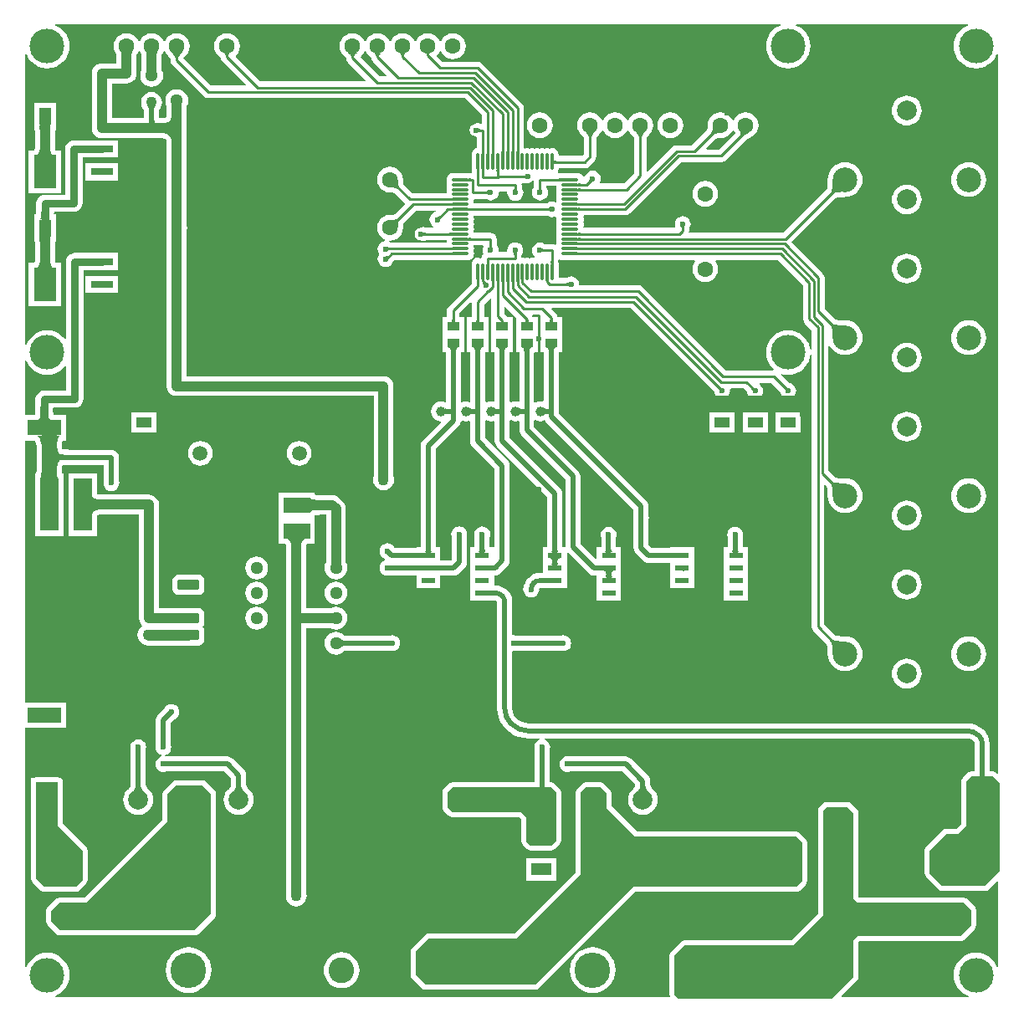
<source format=gtl>
G04 Layer_Physical_Order=1*
G04 Layer_Color=255*
%FSTAX24Y24*%
%MOIN*%
G70*
G01*
G75*
%ADD10C,0.0197*%
%ADD11R,0.1063X0.0610*%
%ADD12R,0.0610X0.0394*%
%ADD13R,0.0787X0.0492*%
%ADD14R,0.0630X0.1378*%
%ADD15R,0.1378X0.0630*%
%ADD16R,0.0472X0.0354*%
%ADD17R,0.0885X0.0291*%
%ADD18R,0.0885X0.1319*%
%ADD19R,0.0472X0.0709*%
%ADD20R,0.0472X0.1575*%
%ADD21R,0.0571X0.0236*%
%ADD22R,0.0748X0.2087*%
G04:AMPARAMS|DCode=23|XSize=275.2mil|YSize=393.7mil|CornerRadius=13.8mil|HoleSize=0mil|Usage=FLASHONLY|Rotation=180.000|XOffset=0mil|YOffset=0mil|HoleType=Round|Shape=RoundedRectangle|*
%AMROUNDEDRECTD23*
21,1,0.2752,0.3662,0,0,180.0*
21,1,0.2477,0.3937,0,0,180.0*
1,1,0.0275,-0.1238,0.1831*
1,1,0.0275,0.1238,0.1831*
1,1,0.0275,0.1238,-0.1831*
1,1,0.0275,-0.1238,-0.1831*
%
%ADD23ROUNDEDRECTD23*%
G04:AMPARAMS|DCode=24|XSize=85mil|YSize=42.1mil|CornerRadius=4.2mil|HoleSize=0mil|Usage=FLASHONLY|Rotation=0.000|XOffset=0mil|YOffset=0mil|HoleType=Round|Shape=RoundedRectangle|*
%AMROUNDEDRECTD24*
21,1,0.0850,0.0337,0,0,0.0*
21,1,0.0766,0.0421,0,0,0.0*
1,1,0.0084,0.0383,-0.0169*
1,1,0.0084,-0.0383,-0.0169*
1,1,0.0084,-0.0383,0.0169*
1,1,0.0084,0.0383,0.0169*
%
%ADD24ROUNDEDRECTD24*%
%ADD25O,0.0118X0.0709*%
%ADD26O,0.0709X0.0118*%
%ADD27C,0.0098*%
%ADD28C,0.0394*%
%ADD29C,0.0591*%
%ADD30C,0.0421*%
%ADD31C,0.0291*%
%ADD32C,0.0591*%
%ADD33C,0.0630*%
%ADD34C,0.1181*%
%ADD35C,0.0512*%
%ADD36C,0.1417*%
%ADD37C,0.0787*%
%ADD38C,0.1378*%
%ADD39C,0.1024*%
%ADD40C,0.0984*%
%ADD41C,0.0433*%
%ADD42C,0.0394*%
%ADD43C,0.0500*%
%ADD44C,0.0236*%
G36*
X039626Y033767D02*
X039628Y03375D01*
X03963Y033735D01*
X039634Y033722D01*
X039638Y033711D01*
X039644Y033703D01*
X03965Y033696D01*
X039657Y033691D01*
X039666Y033688D01*
X039675Y033687D01*
X039627D01*
X039627Y033682D01*
X039629Y033672D01*
X039631Y033661D01*
X039634Y033652D01*
X039638Y033643D01*
X039642Y033634D01*
X039647Y033626D01*
X039653Y033619D01*
X039659Y033612D01*
X039494D01*
X0395Y033619D01*
X039506Y033626D01*
X039511Y033634D01*
X039516Y033643D01*
X039519Y033652D01*
X039522Y033661D01*
X039525Y033672D01*
X039526Y033682D01*
X039527Y033687D01*
X039478D01*
X039488Y033688D01*
X039496Y033691D01*
X039503Y033696D01*
X03951Y033703D01*
X039515Y033711D01*
X03952Y033722D01*
X039523Y033735D01*
X039526Y03375D01*
X039527Y033767D01*
X039528Y033786D01*
X039626D01*
X039626Y033767D01*
D02*
G37*
G36*
X043211Y035106D02*
X043204Y035113D01*
X043197Y035118D01*
X043189Y035123D01*
X04318Y035128D01*
X043171Y035131D01*
X043161Y035134D01*
X043151Y035137D01*
X04314Y035138D01*
X043129Y035139D01*
X043117Y03514D01*
Y035238D01*
X043129Y035239D01*
X04314Y03524D01*
X043151Y035241D01*
X043161Y035244D01*
X043171Y035247D01*
X04318Y03525D01*
X043189Y035255D01*
X043197Y03526D01*
X043204Y035265D01*
X043211Y035272D01*
Y035106D01*
D02*
G37*
G36*
X04255Y033767D02*
X042551Y03375D01*
X042554Y033735D01*
X042557Y033722D01*
X042562Y033711D01*
X042567Y033703D01*
X042573Y033696D01*
X042581Y033691D01*
X042589Y033688D01*
X042598Y033687D01*
X042549D01*
X04255Y033678D01*
X042551Y033667D01*
X042552Y033656D01*
X042555Y033646D01*
X042558Y033636D01*
X042561Y033627D01*
X042566Y033618D01*
X042571Y03361D01*
X042576Y033603D01*
X042583Y033596D01*
X042417D01*
X042424Y033603D01*
X042429Y03361D01*
X042434Y033618D01*
X042439Y033627D01*
X042442Y033636D01*
X042445Y033646D01*
X042448Y033656D01*
X042449Y033667D01*
X04245Y033678D01*
X042451Y033687D01*
X042402D01*
X042411Y033688D01*
X042419Y033691D01*
X042427Y033696D01*
X042433Y033703D01*
X042438Y033711D01*
X042443Y033722D01*
X042446Y033735D01*
X042449Y03375D01*
X04245Y033767D01*
X042451Y033786D01*
X042549D01*
X04255Y033767D01*
D02*
G37*
G36*
X041575Y033767D02*
X041577Y03375D01*
X041579Y033735D01*
X041583Y033722D01*
X041587Y033711D01*
X041592Y033702D01*
X041599Y033695D01*
X041606Y033691D01*
X041614Y033688D01*
X041623Y033687D01*
X041576D01*
X041576Y033682D01*
X041578Y033672D01*
X04158Y033661D01*
X041583Y033652D01*
X041587Y033643D01*
X041591Y033634D01*
X041596Y033626D01*
X041602Y033619D01*
X041608Y033612D01*
X041443Y033612D01*
X041449Y033619D01*
X041455Y033626D01*
X04146Y033634D01*
X041464Y033643D01*
X041468Y033652D01*
X041471Y033661D01*
X041473Y033672D01*
X041475Y033682D01*
X041475Y033687D01*
X041428D01*
X041437Y033688D01*
X041445Y033691D01*
X041453Y033695D01*
X041459Y033702D01*
X041464Y033711D01*
X041469Y033722D01*
X041472Y033735D01*
X041474Y03375D01*
X041476Y033767D01*
X041476Y033785D01*
X041575D01*
X041575Y033767D01*
D02*
G37*
G36*
X040231Y035377D02*
X04023Y035372D01*
X040229Y035366D01*
X040228Y035348D01*
X040226Y035273D01*
X040128D01*
X040123Y035379D01*
X040232D01*
X040231Y035377D01*
D02*
G37*
G36*
X040428D02*
X040427Y035372D01*
X040426Y035366D01*
X040425Y035348D01*
X040423Y035273D01*
X040325D01*
X04032Y035379D01*
X040429D01*
X040428Y035377D01*
D02*
G37*
G36*
X039848Y035305D02*
X039865Y03529D01*
X039873Y035284D01*
X039882Y035279D01*
X039891Y035274D01*
X039899Y03527D01*
X039908Y035266D01*
X039917Y035263D01*
X039925Y035261D01*
X039786Y035172D01*
X039788Y035181D01*
X039788Y03519D01*
X039788Y035199D01*
X039786Y035207D01*
X039783Y035216D01*
X039779Y035225D01*
X039774Y035234D01*
X039768Y035243D01*
X039761Y035252D01*
X039753Y03526D01*
X039839Y035313D01*
X039848Y035305D01*
D02*
G37*
G36*
X03964Y035377D02*
X039639Y035372D01*
X039638Y035366D01*
X039637Y035348D01*
X039636Y035273D01*
X039537D01*
X039532Y035379D01*
X039641D01*
X03964Y035377D01*
D02*
G37*
G36*
X0406Y03373D02*
X040603Y033687D01*
X040604Y033687D01*
X0406D01*
X040601Y033678D01*
X040602Y033667D01*
X040603Y033656D01*
X040606Y033646D01*
X040609Y033636D01*
X040612Y033627D01*
X040617Y033618D01*
X040622Y03361D01*
X040627Y033603D01*
X040634Y033596D01*
X040469D01*
X040475Y033603D01*
X040481Y03361D01*
X040486Y033618D01*
X04049Y033627D01*
X040494Y033636D01*
X040497Y033646D01*
X040499Y033656D01*
X040501Y033667D01*
X040502Y033678D01*
X040502Y033687D01*
X040499D01*
X040499Y033687D01*
X0405Y033689D01*
X0405Y033691D01*
X040501Y033695D01*
X040502Y033713D01*
X040502Y03374D01*
X0406D01*
X0406Y03373D01*
D02*
G37*
G36*
X040729Y032666D02*
X040713Y03266D01*
X040698Y03265D01*
X040685Y032636D01*
X040674Y032618D01*
X040665Y032596D01*
X040658Y032571D01*
X040654Y032541D01*
X040651Y032507D01*
X04065Y03247D01*
X040453D01*
X040452Y032507D01*
X040449Y032541D01*
X040444Y032571D01*
X040437Y032596D01*
X040428Y032618D01*
X040417Y032636D01*
X040405Y03265D01*
X04039Y03266D01*
X040373Y032666D01*
X040354Y032668D01*
X040748D01*
X040729Y032666D01*
D02*
G37*
G36*
X041704D02*
X041687Y03266D01*
X041672Y03265D01*
X041659Y032636D01*
X041649Y032618D01*
X04164Y032596D01*
X041633Y032571D01*
X041628Y032541D01*
X041625Y032507D01*
X041624Y03247D01*
X041427D01*
X041426Y032507D01*
X041423Y032541D01*
X041418Y032571D01*
X041411Y032596D01*
X041403Y032618D01*
X041392Y032636D01*
X041379Y03265D01*
X041364Y03266D01*
X041347Y032666D01*
X041329Y032668D01*
X041722D01*
X041704Y032666D01*
D02*
G37*
G36*
X038781D02*
X038764Y03266D01*
X038749Y03265D01*
X038736Y032636D01*
X038725Y032618D01*
X038717Y032596D01*
X03871Y032571D01*
X038705Y032541D01*
X038702Y032507D01*
X038701Y03247D01*
X038504D01*
X038503Y032507D01*
X0385Y032541D01*
X038495Y032571D01*
X038488Y032596D01*
X038479Y032618D01*
X038469Y032636D01*
X038456Y03265D01*
X038441Y03266D01*
X038424Y032666D01*
X038406Y032668D01*
X038799D01*
X038781Y032666D01*
D02*
G37*
G36*
X039755D02*
X039738Y03266D01*
X039723Y03265D01*
X039711Y032636D01*
X0397Y032618D01*
X039691Y032596D01*
X039684Y032571D01*
X039679Y032541D01*
X039676Y032507D01*
X039675Y03247D01*
X039478D01*
X039477Y032507D01*
X039474Y032541D01*
X039469Y032571D01*
X039463Y032596D01*
X039454Y032618D01*
X039443Y032636D01*
X03943Y03265D01*
X039415Y03266D01*
X039399Y032666D01*
X03938Y032668D01*
X039774D01*
X039755Y032666D01*
D02*
G37*
G36*
X053716Y03363D02*
X053746Y033612D01*
X053782Y033597D01*
X053824Y033584D01*
X053872Y033574D01*
X053927Y033565D01*
X054055Y033554D01*
X054128Y033551D01*
X054208Y033551D01*
X05372Y033064D01*
X05372Y033144D01*
X053707Y033345D01*
X053698Y0334D01*
X053687Y033448D01*
X053674Y03349D01*
X053659Y033526D01*
X053642Y033556D01*
X053623Y033579D01*
X053692Y033649D01*
X053716Y03363D01*
D02*
G37*
G36*
X038652Y033767D02*
X038654Y03375D01*
X038656Y033735D01*
X038659Y033722D01*
X038664Y033711D01*
X038669Y033703D01*
X038676Y033696D01*
X038683Y033691D01*
X038691Y033688D01*
X038701Y033687D01*
X038652D01*
X038652Y033678D01*
X038653Y033667D01*
X038655Y033656D01*
X038657Y033646D01*
X03866Y033636D01*
X038664Y033627D01*
X038668Y033618D01*
X038673Y03361D01*
X038679Y033603D01*
X038685Y033596D01*
X03852D01*
X038526Y033603D01*
X038532Y03361D01*
X038537Y033618D01*
X038541Y033627D01*
X038545Y033636D01*
X038548Y033646D01*
X03855Y033656D01*
X038552Y033667D01*
X038553Y033678D01*
X038553Y033687D01*
X038504D01*
X038513Y033688D01*
X038522Y033691D01*
X038529Y033696D01*
X038535Y033703D01*
X038541Y033711D01*
X038545Y033722D01*
X038549Y033735D01*
X038551Y03375D01*
X038553Y033767D01*
X038553Y033786D01*
X038652D01*
X038652Y033767D01*
D02*
G37*
G36*
X042678Y032666D02*
X042661Y03266D01*
X042647Y03265D01*
X042634Y032636D01*
X042623Y032618D01*
X042614Y032596D01*
X042607Y032571D01*
X042602Y032541D01*
X042599Y032507D01*
X042598Y03247D01*
X042402D01*
X042401Y032507D01*
X042398Y032541D01*
X042393Y032571D01*
X042386Y032596D01*
X042377Y032618D01*
X042366Y032636D01*
X042353Y03265D01*
X042339Y03266D01*
X042322Y032666D01*
X042303Y032668D01*
X042697D01*
X042678Y032666D01*
D02*
G37*
G36*
X042886Y036156D02*
X042953Y036147D01*
X043543D01*
X043566Y03615D01*
X043566Y03615D01*
X043567Y036151D01*
X043572Y036151D01*
X043576Y036151D01*
X043658Y036155D01*
X048216D01*
X048238Y03611D01*
X048195Y036053D01*
X048143Y035929D01*
X048126Y035795D01*
X048143Y035662D01*
X048195Y035537D01*
X048277Y03543D01*
X048384Y035348D01*
X048508Y035297D01*
X048642Y035279D01*
X048775Y035297D01*
X0489Y035348D01*
X049007Y03543D01*
X049089Y035537D01*
X04914Y035662D01*
X049158Y035795D01*
X04914Y035929D01*
X049089Y036053D01*
X049046Y03611D01*
X049068Y036155D01*
X051535D01*
X05254Y035149D01*
Y033805D01*
X05256Y033709D01*
X052614Y033627D01*
X052879Y033362D01*
Y032571D01*
X052829Y032569D01*
X052822Y032642D01*
X052771Y032809D01*
X052689Y032963D01*
X052578Y033098D01*
X052443Y033209D01*
X052289Y033291D01*
X052122Y033342D01*
X051949Y033359D01*
X051775Y033342D01*
X051608Y033291D01*
X051454Y033209D01*
X051319Y033098D01*
X051209Y032963D01*
X051126Y032809D01*
X051076Y032642D01*
X051059Y032469D01*
X051076Y032295D01*
X051126Y032128D01*
X051209Y031974D01*
X051319Y031839D01*
X051361Y031805D01*
X051343Y031755D01*
X049462D01*
X046138Y035079D01*
X046057Y035133D01*
X045961Y035152D01*
X043645D01*
X043613Y035189D01*
X043602Y035271D01*
X04357Y035348D01*
X04352Y035414D01*
X043454Y035464D01*
X043377Y035496D01*
X043295Y035507D01*
X043213Y035496D01*
X043136Y035464D01*
X043105Y03544D01*
X042797D01*
Y035992D01*
X042795Y036015D01*
X042795Y036015D01*
X042794Y036016D01*
X042794Y036021D01*
X042794Y036025D01*
X04279Y036107D01*
Y03615D01*
X04284Y036175D01*
X042886Y036156D01*
D02*
G37*
G36*
X040624Y035377D02*
X040623Y035372D01*
X040623Y035366D01*
X040621Y035348D01*
X04062Y035273D01*
X040522D01*
X040516Y035379D01*
X040625D01*
X040624Y035377D01*
D02*
G37*
G36*
X042146Y036616D02*
X042154Y03661D01*
X042162Y036605D01*
X04217Y036601D01*
X042179Y036597D01*
X042189Y036594D01*
X042199Y036592D01*
X04221Y03659D01*
X042221Y036589D01*
X042233Y036589D01*
Y03649D01*
X042221Y03649D01*
X04221Y036489D01*
X042199Y036487D01*
X042189Y036485D01*
X042179Y036482D01*
X04217Y036478D01*
X042162Y036474D01*
X042154Y036469D01*
X042146Y036463D01*
X042139Y036457D01*
Y036622D01*
X042146Y036616D01*
D02*
G37*
G36*
X035985Y036676D02*
X035992Y036671D01*
X036001Y036666D01*
X03601Y036662D01*
X036019Y036659D01*
X036029Y036656D01*
X036039Y036654D01*
X03605Y036653D01*
X036062Y036652D01*
X036074Y036652D01*
X036084Y036553D01*
X036072Y036553D01*
X036061Y036552D01*
X03605Y03655D01*
X03604Y036547D01*
X036031Y036544D01*
X036022Y03654D01*
X036014Y036535D01*
X036007Y03653D01*
X036Y036524D01*
X035994Y036517D01*
X035977Y036681D01*
X035985Y036676D01*
D02*
G37*
G36*
X043568Y036459D02*
X043573Y036458D01*
X043579Y036457D01*
X043596Y036456D01*
X043672Y036455D01*
Y036356D01*
X043566Y036351D01*
Y03646D01*
X043568Y036459D01*
D02*
G37*
G36*
X041147Y036452D02*
X041142Y036445D01*
X041136Y036437D01*
X041132Y036428D01*
X041128Y036419D01*
X041125Y036409D01*
X041123Y036399D01*
X041121Y036388D01*
X04112Y036377D01*
X04112Y036365D01*
X041022D01*
X041021Y036377D01*
X04102Y036388D01*
X041019Y036399D01*
X041016Y036409D01*
X041013Y036419D01*
X04101Y036428D01*
X041005Y036437D01*
X041Y036445D01*
X040995Y036452D01*
X040988Y036459D01*
X041154D01*
X041147Y036452D01*
D02*
G37*
G36*
X040136Y03671D02*
X040137Y036698D01*
X040139Y036687D01*
X040141Y036677D01*
X040144Y036668D01*
X040148Y036658D01*
X040152Y03665D01*
X040157Y036642D01*
X040163Y036635D01*
X040169Y036628D01*
X040004D01*
X04001Y036635D01*
X040016Y036642D01*
X040021Y03665D01*
X040025Y036658D01*
X040029Y036668D01*
X040032Y036677D01*
X040034Y036687D01*
X040036Y036698D01*
X040037Y03671D01*
X040037Y036722D01*
X040136D01*
X040136Y03671D01*
D02*
G37*
G36*
X043568Y036853D02*
X043573Y036852D01*
X043579Y036851D01*
X043596Y03685D01*
X043672Y036848D01*
Y03675D01*
X043566Y036745D01*
Y036854D01*
X043568Y036853D01*
D02*
G37*
G36*
X03856Y036548D02*
X038558Y036549D01*
X038553Y03655D01*
X038547Y036551D01*
X03853Y036552D01*
X038454Y036553D01*
Y036652D01*
X03856Y036657D01*
Y036548D01*
D02*
G37*
G36*
X043568Y036656D02*
X043573Y036655D01*
X043579Y036654D01*
X043596Y036653D01*
X043672Y036652D01*
Y036553D01*
X043566Y036548D01*
Y036657D01*
X043568Y036656D01*
D02*
G37*
G36*
X03856Y036351D02*
X038558Y036352D01*
X038553Y036353D01*
X038547Y036354D01*
X03853Y036355D01*
X038454Y036356D01*
Y036455D01*
X03856Y03646D01*
Y036351D01*
D02*
G37*
G36*
X041215Y035377D02*
X041214Y035372D01*
X041213Y035366D01*
X041212Y035348D01*
X041211Y035273D01*
X041112D01*
X041107Y035379D01*
X041216D01*
X041215Y035377D01*
D02*
G37*
G36*
X041412D02*
X041411Y035372D01*
X04141Y035366D01*
X041409Y035348D01*
X041407Y035273D01*
X041309D01*
X041304Y035379D01*
X041413D01*
X041412Y035377D01*
D02*
G37*
G36*
X040821D02*
X04082Y035372D01*
X04082Y035366D01*
X040818Y035348D01*
X040817Y035273D01*
X040718D01*
X040713Y035379D01*
X040822D01*
X040821Y035377D01*
D02*
G37*
G36*
X041018D02*
X041017Y035372D01*
X041016Y035366D01*
X041015Y035348D01*
X041014Y035273D01*
X040915D01*
X04091Y035379D01*
X041019D01*
X041018Y035377D01*
D02*
G37*
G36*
X042594Y036015D02*
X042485D01*
X042486Y036017D01*
X042487Y036021D01*
X042488Y036028D01*
X042489Y036045D01*
X04249Y036121D01*
X042589D01*
X042594Y036015D01*
D02*
G37*
G36*
X036068Y036266D02*
X03606Y036258D01*
X036046Y03624D01*
X03604Y036232D01*
X036034Y036223D01*
X03603Y036214D01*
X036026Y036205D01*
X036023Y036196D01*
X03602Y036187D01*
X036018Y036179D01*
X035922Y036313D01*
X035931Y036312D01*
X03594Y036312D01*
X035949Y036313D01*
X035958Y036315D01*
X035967Y036318D01*
X035976Y036322D01*
X035985Y036327D01*
X035994Y036333D01*
X036003Y036341D01*
X036011Y036349D01*
X036068Y036266D01*
D02*
G37*
G36*
X042396Y035377D02*
X042395Y035372D01*
X042394Y035366D01*
X042393Y035348D01*
X042392Y035273D01*
X042293D01*
X042288Y035379D01*
X042397D01*
X042396Y035377D01*
D02*
G37*
G36*
X040035Y036015D02*
X039926D01*
X039927Y036017D01*
X039928Y036021D01*
X039929Y036028D01*
X03993Y036045D01*
X039931Y036121D01*
X04003D01*
X040035Y036015D01*
D02*
G37*
G36*
X042826Y024268D02*
X042809Y024262D01*
X042794Y024252D01*
X042782Y024238D01*
X042771Y024221D01*
X042762Y024199D01*
X042755Y024173D01*
X04275Y024143D01*
X042749Y024136D01*
X04275Y024128D01*
X042755Y024099D01*
X042762Y024073D01*
X042771Y024051D01*
X042782Y024033D01*
X042794Y024019D01*
X042809Y024009D01*
X042826Y024004D01*
X042844Y024002D01*
X042451D01*
X042469Y024004D01*
X042486Y024009D01*
X042501Y024019D01*
X042514Y024033D01*
X042525Y024051D01*
X042533Y024073D01*
X04254Y024099D01*
X042545Y024128D01*
X042546Y024136D01*
X042545Y024143D01*
X04254Y024173D01*
X042533Y024199D01*
X042525Y024221D01*
X042514Y024238D01*
X042501Y024252D01*
X042486Y024262D01*
X042469Y024268D01*
X042451Y02427D01*
X042844D01*
X042826Y024268D01*
D02*
G37*
G36*
X04743Y024269D02*
X047428Y024272D01*
X047422Y024276D01*
X047413Y024278D01*
X047399Y024281D01*
X047381Y024283D01*
X047304Y024287D01*
X047233Y024287D01*
Y024484D01*
X047271Y024484D01*
X047413Y024493D01*
X047422Y024496D01*
X047428Y024499D01*
X04743Y024503D01*
Y024269D01*
D02*
G37*
G36*
X04004Y023999D02*
X040046Y023996D01*
X040056Y023993D01*
X04007Y023991D01*
X040087Y023989D01*
X040164Y023985D01*
X040235Y023984D01*
Y023787D01*
X040198Y023787D01*
X040056Y023778D01*
X040046Y023776D01*
X04004Y023772D01*
X040038Y023769D01*
Y024003D01*
X04004Y023999D01*
D02*
G37*
G36*
X044511Y023769D02*
X044509Y023772D01*
X044503Y023776D01*
X044493Y023778D01*
X04448Y023781D01*
X044462Y023783D01*
X044385Y023787D01*
X044314Y023787D01*
Y023984D01*
X044352Y023984D01*
X044493Y023993D01*
X044503Y023996D01*
X044509Y023999D01*
X044511Y024003D01*
Y023769D01*
D02*
G37*
G36*
X039855Y024662D02*
X039858Y024628D01*
X039863Y024599D01*
X03987Y024573D01*
X039879Y024551D01*
X03989Y024533D01*
X039903Y024519D01*
X039917Y024509D01*
X039934Y024504D01*
X039953Y024502D01*
X039559D01*
X039578Y024504D01*
X039594Y024509D01*
X039609Y024519D01*
X039622Y024533D01*
X039633Y024551D01*
X039642Y024573D01*
X039649Y024599D01*
X039654Y024628D01*
X039657Y024662D01*
X039657Y0247D01*
X039854D01*
X039855Y024662D01*
D02*
G37*
G36*
X042749D02*
X042752Y024628D01*
X042757Y024599D01*
X042764Y024573D01*
X042773Y024551D01*
X042783Y024533D01*
X042796Y024519D01*
X042811Y024509D01*
X042828Y024504D01*
X042846Y024502D01*
X042453D01*
X042471Y024504D01*
X042488Y024509D01*
X042503Y024519D01*
X042516Y024533D01*
X042527Y024551D01*
X042535Y024573D01*
X042542Y024599D01*
X042547Y024628D01*
X04255Y024662D01*
X042551Y0247D01*
X042748D01*
X042749Y024662D01*
D02*
G37*
G36*
X037324Y024269D02*
X037322Y024272D01*
X037316Y024276D01*
X037306Y024278D01*
X037293Y024281D01*
X037275Y024283D01*
X037198Y024287D01*
X037127Y024287D01*
Y024484D01*
X037165Y024484D01*
X037306Y024493D01*
X037316Y024496D01*
X037322Y024499D01*
X037324Y024503D01*
Y024269D01*
D02*
G37*
G36*
X037708Y024662D02*
X037711Y024628D01*
X037716Y024599D01*
X037722Y024573D01*
X037731Y024551D01*
X037742Y024533D01*
X037755Y024519D01*
X03777Y024509D01*
X037786Y024504D01*
X037805Y024502D01*
X037411D01*
X03743Y024504D01*
X037447Y024509D01*
X037462Y024519D01*
X037474Y024533D01*
X037485Y024551D01*
X037494Y024573D01*
X037501Y024599D01*
X037506Y024628D01*
X037509Y024662D01*
X03751Y0247D01*
X037707D01*
X037708Y024662D01*
D02*
G37*
G36*
X037894Y023999D02*
X0379Y023996D01*
X03791Y023993D01*
X037924Y023991D01*
X037942Y023989D01*
X038018Y023985D01*
X038089Y023984D01*
Y023787D01*
X038052Y023787D01*
X03791Y023778D01*
X0379Y023776D01*
X037894Y023772D01*
X037892Y023769D01*
Y024003D01*
X037894Y023999D01*
D02*
G37*
G36*
X042246Y015226D02*
X042251Y015193D01*
X04226Y01516D01*
X042266Y015146D01*
X0425D01*
X042697Y014949D01*
Y01302D01*
X0425Y012823D01*
X041673D01*
X041516Y01298D01*
Y013965D01*
X041516D01*
X041319Y014161D01*
X038563D01*
X038366Y014358D01*
Y014949D01*
X038563Y015146D01*
X042027D01*
X042032Y015157D01*
X04204Y01519D01*
X042045Y015223D01*
X042047Y015255D01*
X042244Y015259D01*
X042246Y015226D01*
D02*
G37*
G36*
X053716Y021031D02*
X053746Y021014D01*
X053782Y020999D01*
X053824Y020986D01*
X053872Y020975D01*
X053927Y020966D01*
X054055Y020955D01*
X054128Y020953D01*
X054208Y020953D01*
X05372Y020466D01*
X05372Y020545D01*
X053707Y020746D01*
X053698Y020801D01*
X053687Y02085D01*
X053674Y020892D01*
X053659Y020928D01*
X053642Y020957D01*
X053623Y020981D01*
X053692Y02105D01*
X053716Y021031D01*
D02*
G37*
G36*
X054547Y014122D02*
Y010697D01*
X054705Y010539D01*
X058957D01*
X059232Y010264D01*
Y009634D01*
X058799Y009201D01*
X054705D01*
X054547Y009043D01*
Y007587D01*
X053681Y00672D01*
X047579D01*
X047421Y006878D01*
Y008453D01*
X047815Y008846D01*
X052146D01*
X053327Y010028D01*
Y014201D01*
X053484Y014358D01*
X054311D01*
X054547Y014122D01*
D02*
G37*
G36*
X060374Y015303D02*
Y011799D01*
X059783Y011209D01*
X058091D01*
X057579Y01172D01*
Y012626D01*
X058248Y013295D01*
X05872D01*
X059035Y01361D01*
Y015382D01*
X059232Y015579D01*
X060098D01*
X060374Y015303D01*
D02*
G37*
G36*
X044971Y023768D02*
X044955Y023762D01*
X04494Y023752D01*
X044927Y023738D01*
X044916Y023721D01*
X044907Y023699D01*
X044901Y023673D01*
X044896Y023643D01*
X044895Y023636D01*
X044896Y023628D01*
X044901Y023599D01*
X044907Y023573D01*
X044916Y023551D01*
X044927Y023533D01*
X04494Y023519D01*
X044955Y023509D01*
X044971Y023504D01*
X04499Y023502D01*
X044596D01*
X044615Y023504D01*
X044632Y023509D01*
X044647Y023519D01*
X044659Y023533D01*
X04467Y023551D01*
X044679Y023573D01*
X044686Y023599D01*
X044691Y023628D01*
X044692Y023636D01*
X044691Y023643D01*
X044686Y023673D01*
X044679Y023699D01*
X04467Y023721D01*
X044659Y023738D01*
X044647Y023752D01*
X044632Y023762D01*
X044615Y023768D01*
X044596Y02377D01*
X04499D01*
X044971Y023768D01*
D02*
G37*
G36*
X037324Y023769D02*
X037322Y023772D01*
X037316Y023776D01*
X037306Y023778D01*
X037293Y023781D01*
X037275Y023783D01*
X037198Y023787D01*
X037127Y023787D01*
Y023984D01*
X037165Y023984D01*
X037306Y023993D01*
X037316Y023996D01*
X037322Y023999D01*
X037324Y024003D01*
Y023769D01*
D02*
G37*
G36*
X04004Y022999D02*
X040046Y022996D01*
X040056Y022993D01*
X04007Y022991D01*
X040087Y022989D01*
X040164Y022985D01*
X040235Y022984D01*
Y022787D01*
X040198Y022787D01*
X040056Y022778D01*
X040046Y022776D01*
X04004Y022772D01*
X040038Y022769D01*
Y023003D01*
X04004Y022999D01*
D02*
G37*
G36*
X042365Y023269D02*
X042363Y023272D01*
X042358Y023276D01*
X042348Y023278D01*
X042334Y023281D01*
X042316Y023283D01*
X042239Y023287D01*
X042169Y023287D01*
Y023484D01*
X042206Y023484D01*
X042348Y023493D01*
X042358Y023496D01*
X042363Y023499D01*
X042365Y023503D01*
Y023269D01*
D02*
G37*
G36*
X044891Y024662D02*
X044894Y024628D01*
X044899Y024599D01*
X044906Y024573D01*
X044914Y024551D01*
X044925Y024533D01*
X044938Y024519D01*
X044953Y024509D01*
X044969Y024504D01*
X044988Y024502D01*
X044594D01*
X044613Y024504D01*
X04463Y024509D01*
X044645Y024519D01*
X044657Y024533D01*
X044668Y024551D01*
X044677Y024573D01*
X044684Y024599D01*
X044689Y024628D01*
X044692Y024662D01*
X044693Y0247D01*
X04489D01*
X044891Y024662D01*
D02*
G37*
G36*
X040123Y034612D02*
Y033917D01*
X040127Y033897D01*
X040118Y033886D01*
X040118D01*
Y033138D01*
Y032469D01*
X040252D01*
X040252Y032464D01*
X040253Y032459D01*
Y030531D01*
X040212Y030503D01*
X040195Y03051D01*
X040093Y030523D01*
X03999Y03051D01*
X039925Y030483D01*
X039875Y030516D01*
Y032459D01*
X039876Y032464D01*
X039876Y032469D01*
X04001D01*
Y033138D01*
Y033886D01*
X039828D01*
Y034382D01*
X040077Y034632D01*
X040123Y034612D01*
D02*
G37*
G36*
X041093Y033864D02*
Y033138D01*
Y032469D01*
X041226D01*
X041227Y032464D01*
X041228Y032459D01*
Y030536D01*
X041194Y030513D01*
X041178Y03051D01*
X04108Y030523D01*
X040977Y03051D01*
X040899Y030477D01*
X040849Y030503D01*
Y032459D01*
X04085Y032464D01*
X04085Y032469D01*
X040984D01*
Y033138D01*
Y033886D01*
X04075D01*
X040729Y033918D01*
X040625Y034021D01*
Y034266D01*
X040671Y034285D01*
X041093Y033864D01*
D02*
G37*
G36*
X042216Y030256D02*
X042226Y03025D01*
X042237Y030244D01*
X04225Y030239D01*
X042264Y030234D01*
X042279Y030231D01*
X042296Y030228D01*
X042315Y030226D01*
X042356Y030224D01*
Y030028D01*
X042334Y030027D01*
X042296Y030024D01*
X042279Y030021D01*
X042264Y030018D01*
X04225Y030013D01*
X042237Y030008D01*
X042226Y030002D01*
X042216Y029996D01*
X042208Y029988D01*
Y030264D01*
X042216Y030256D01*
D02*
G37*
G36*
X039326Y03444D02*
Y033886D01*
X039144D01*
Y033138D01*
Y032469D01*
X039278D01*
X039278Y032464D01*
X039279Y032459D01*
Y030525D01*
X039237Y030497D01*
X039208Y03051D01*
X039105Y030523D01*
X039003Y03051D01*
X03895Y030488D01*
X0389Y030521D01*
Y032459D01*
X038901Y032464D01*
X038902Y032469D01*
X039035D01*
Y033138D01*
Y033886D01*
X038853D01*
Y034038D01*
X039276Y03446D01*
X039326Y03444D01*
D02*
G37*
G36*
X051866Y03109D02*
X051875Y031082D01*
X051884Y031076D01*
X051893Y03107D01*
X051902Y031066D01*
X051911Y031062D01*
X05192Y031059D01*
X051929Y031057D01*
X051938Y031055D01*
X051948Y031055D01*
X051831Y030938D01*
X05183Y030947D01*
X051829Y030957D01*
X051827Y030966D01*
X051824Y030975D01*
X05182Y030984D01*
X051816Y030993D01*
X05181Y031002D01*
X051803Y031011D01*
X051796Y03102D01*
X051788Y031028D01*
X051858Y031098D01*
X051866Y03109D01*
D02*
G37*
G36*
X049244Y031094D02*
X049261Y03108D01*
X04927Y031074D01*
X049279Y031069D01*
X049288Y031064D01*
X049297Y031061D01*
X049306Y031058D01*
X049315Y031056D01*
X049324Y031054D01*
X049194Y030952D01*
X049195Y030961D01*
X049194Y03097D01*
X049193Y03098D01*
X049191Y030989D01*
X049187Y030998D01*
X049183Y031007D01*
X049178Y031015D01*
X049172Y031024D01*
X049164Y031033D01*
X049156Y031042D01*
X049235Y031102D01*
X049244Y031094D01*
D02*
G37*
G36*
X042083Y033924D02*
X042067Y033886D01*
X042067D01*
Y033138D01*
Y032469D01*
X042201D01*
X042201Y032464D01*
X042202Y032459D01*
Y030544D01*
X042152Y030512D01*
X042067Y030523D01*
X041964Y03051D01*
X041873Y030472D01*
X041836Y030485D01*
X041823Y030492D01*
Y032459D01*
X041825Y032464D01*
X041825Y032469D01*
X041959D01*
Y033138D01*
Y033886D01*
X041764D01*
X041737Y033928D01*
X041759Y03397D01*
X042038D01*
X042083Y033924D01*
D02*
G37*
G36*
X050547Y03109D02*
X050556Y031082D01*
X050565Y031076D01*
X050574Y03107D01*
X050583Y031066D01*
X050592Y031062D01*
X050601Y031059D01*
X05061Y031057D01*
X050619Y031055D01*
X050629Y031055D01*
X050512Y030938D01*
X050511Y030947D01*
X05051Y030957D01*
X050508Y030966D01*
X050505Y030975D01*
X050501Y030984D01*
X050497Y030993D01*
X050491Y031002D01*
X050485Y031011D01*
X050477Y03102D01*
X050469Y031028D01*
X050539Y031098D01*
X050547Y03109D01*
D02*
G37*
G36*
X041229Y030256D02*
X041239Y03025D01*
X04125Y030244D01*
X041263Y030239D01*
X041277Y030234D01*
X041292Y030231D01*
X041309Y030228D01*
X041327Y030226D01*
X041368Y030224D01*
Y030028D01*
X041347Y030027D01*
X041309Y030024D01*
X041292Y030021D01*
X041277Y030018D01*
X041263Y030013D01*
X04125Y030008D01*
X041239Y030002D01*
X041229Y029996D01*
X04122Y029988D01*
Y030264D01*
X041229Y030256D01*
D02*
G37*
G36*
X022954Y029157D02*
X02292Y029139D01*
X022891Y029109D01*
X022866Y029068D01*
X022844Y029015D01*
X022827Y02895D01*
X022813Y028873D01*
X022803Y028785D01*
X022803Y028779D01*
X022803Y028772D01*
X022813Y028683D01*
X022827Y028606D01*
X022844Y028541D01*
X022866Y028488D01*
X022892Y028447D01*
X022914Y028424D01*
X022929Y028421D01*
X022999Y028411D01*
X023167Y028398D01*
X023369Y028394D01*
Y028197D01*
X023263Y028196D01*
X022929Y028169D01*
X022914Y028166D01*
X022892Y028144D01*
X022866Y028102D01*
X022844Y028049D01*
X022827Y027984D01*
X022813Y027907D01*
X022805Y027806D01*
X022823Y027542D01*
X022833Y027501D01*
X022845Y027471D01*
X022858Y027454D01*
X022873Y027448D01*
X022127D01*
X022142Y027454D01*
X022155Y027471D01*
X022167Y027501D01*
X022177Y027542D01*
X022185Y027595D01*
X022198Y027737D01*
X022204Y027926D01*
X022205Y028038D01*
X022425D01*
X022205Y028295D01*
X022442Y028572D01*
X022205D01*
X022202Y028684D01*
X022193Y028785D01*
X022178Y028873D01*
X022157Y02895D01*
X022131Y029015D01*
X022098Y029068D01*
X02206Y029109D01*
X022016Y029139D01*
X021966Y029157D01*
X021909Y029163D01*
X022991D01*
X022954Y029157D01*
D02*
G37*
G36*
X022449Y030214D02*
X022471Y029899D01*
X022472Y029894D01*
X022485Y029862D01*
X022501Y029836D01*
X02252Y029815D01*
X022542Y029801D01*
X022567Y029792D01*
X022594Y029789D01*
X022478D01*
X02248Y029769D01*
X022489Y029731D01*
X0225Y029703D01*
X022512Y029685D01*
X022452D01*
X022455Y029631D01*
X022152D01*
X022153Y029633D01*
X022154Y029638D01*
X022155Y029646D01*
X022156Y029668D01*
X022156Y029685D01*
X022094D01*
X022106Y029703D01*
X022117Y029731D01*
X022126Y029769D01*
X02213Y029789D01*
X022012D01*
X022039Y029792D01*
X022064Y029801D01*
X022086Y029815D01*
X022105Y029836D01*
X022121Y029862D01*
X022134Y029894D01*
X022144Y029932D01*
X022148Y029952D01*
X022155Y030114D01*
X022157Y030324D01*
X022449D01*
X022449Y030214D01*
D02*
G37*
G36*
X040977Y029742D02*
X04108Y029729D01*
X041178Y029742D01*
X041194Y029739D01*
X041228Y029716D01*
Y029392D01*
X041238Y029315D01*
X041268Y029243D01*
X041315Y029181D01*
X043068Y027428D01*
Y024724D01*
X043048Y024701D01*
X042949D01*
X042949Y024705D01*
X042947Y02471D01*
Y026835D01*
X042947Y026835D01*
X042937Y026912D01*
X042908Y026984D01*
X04286Y027045D01*
X04286Y027045D01*
X040849Y029056D01*
Y029749D01*
X040899Y029775D01*
X040977Y029742D01*
D02*
G37*
G36*
X053716Y02733D02*
X053746Y027313D01*
X053782Y027298D01*
X053824Y027285D01*
X053872Y027274D01*
X053927Y027266D01*
X054055Y027255D01*
X054128Y027252D01*
X054208Y027252D01*
X05372Y026765D01*
X05372Y026844D01*
X053707Y027046D01*
X053698Y0271D01*
X053687Y027149D01*
X053674Y027191D01*
X053659Y027227D01*
X053642Y027257D01*
X053623Y02728D01*
X053692Y02735D01*
X053716Y02733D01*
D02*
G37*
G36*
X039254Y030256D02*
X039264Y03025D01*
X039275Y030244D01*
X039288Y030239D01*
X039302Y030234D01*
X039318Y030231D01*
X039335Y030228D01*
X039353Y030226D01*
X039394Y030224D01*
Y030028D01*
X039373Y030027D01*
X039335Y030024D01*
X039318Y030021D01*
X039302Y030018D01*
X039288Y030013D01*
X039275Y030008D01*
X039264Y030002D01*
X039254Y029996D01*
X039246Y029988D01*
Y030264D01*
X039254Y030256D01*
D02*
G37*
G36*
X040242D02*
X040251Y03025D01*
X040263Y030244D01*
X040275Y030239D01*
X040289Y030234D01*
X040305Y030231D01*
X040322Y030228D01*
X04034Y030226D01*
X040381Y030224D01*
Y030028D01*
X04036Y030027D01*
X040322Y030024D01*
X040305Y030021D01*
X040289Y030018D01*
X040275Y030013D01*
X040263Y030008D01*
X040251Y030002D01*
X040242Y029996D01*
X040233Y029988D01*
Y030264D01*
X040242Y030256D01*
D02*
G37*
G36*
X021599Y032128D02*
X021681Y031974D01*
X021792Y031839D01*
X021927Y031728D01*
X022081Y031646D01*
X022248Y031595D01*
X022421Y031578D01*
X022595Y031595D01*
X022762Y031646D01*
X022916Y031728D01*
X023051Y031839D01*
X023128Y031934D01*
X023178Y031916D01*
Y030964D01*
X022303D01*
X022214Y030952D01*
X02213Y030917D01*
X022059Y030862D01*
X022004Y030791D01*
X021969Y030708D01*
X021958Y030618D01*
Y03033D01*
X021957Y030326D01*
X021954Y03012D01*
X021948Y029988D01*
X021538D01*
Y032156D01*
X021588Y032164D01*
X021599Y032128D01*
D02*
G37*
G36*
X038267Y030256D02*
X038277Y03025D01*
X038288Y030244D01*
X038301Y030239D01*
X038315Y030234D01*
X038331Y030231D01*
X038347Y030228D01*
X038366Y030226D01*
X038407Y030224D01*
Y030028D01*
X038386Y030027D01*
X038347Y030024D01*
X038331Y030021D01*
X038315Y030018D01*
X038301Y030013D01*
X038288Y030008D01*
X038277Y030002D01*
X038267Y029996D01*
X038259Y029988D01*
Y030264D01*
X038267Y030256D01*
D02*
G37*
G36*
X042369Y037902D02*
X042445Y03787D01*
X042528Y037859D01*
X04261Y03787D01*
X042668Y037894D01*
X042706Y037856D01*
X042703Y03785D01*
X042695Y037783D01*
X042703Y037717D01*
X042717Y037685D01*
X042703Y037653D01*
X042695Y037587D01*
X042703Y03752D01*
X042717Y037488D01*
X042703Y037457D01*
X042695Y03739D01*
X042703Y037323D01*
X042717Y037291D01*
X042703Y03726D01*
X042695Y037193D01*
X042703Y037126D01*
X042717Y037094D01*
X042703Y037063D01*
X042695Y036996D01*
X042703Y036929D01*
X042717Y036898D01*
X042703Y036866D01*
X042695Y036799D01*
X042696Y036791D01*
X042649Y036762D01*
X042635Y036771D01*
X042539Y03679D01*
X042246D01*
X042214Y036814D01*
X042137Y036846D01*
X042055Y036857D01*
X041973Y036846D01*
X041896Y036814D01*
X04183Y036764D01*
X04178Y036698D01*
X041748Y036622D01*
X041737Y036539D01*
X041748Y036457D01*
X04178Y036381D01*
X04183Y036315D01*
X041831Y036314D01*
X041831Y036251D01*
X041819Y036241D01*
X041752Y03625D01*
X041685Y036241D01*
X041654Y036228D01*
X041622Y036241D01*
X041555Y03625D01*
X041488Y036241D01*
X041457Y036228D01*
X041425Y036241D01*
X041358Y03625D01*
X041322Y036282D01*
Y036353D01*
X041346Y036384D01*
X041378Y036461D01*
X041389Y036543D01*
X041378Y036626D01*
X041346Y036702D01*
X041295Y036768D01*
X04123Y036818D01*
X041153Y03685D01*
X041071Y036861D01*
X040989Y03685D01*
X040912Y036818D01*
X040846Y036768D01*
X040796Y036702D01*
X040764Y036626D01*
X040753Y036543D01*
X040757Y036513D01*
X040724Y036475D01*
X040433D01*
X0404Y036513D01*
X040404Y036543D01*
X040393Y036626D01*
X040362Y036702D01*
X040338Y036734D01*
Y036996D01*
X040318Y037092D01*
X040264Y037173D01*
X040183Y037228D01*
X040087Y037247D01*
X039445D01*
X039412Y037297D01*
X039423Y037323D01*
X039431Y03739D01*
X039423Y037457D01*
X039409Y037488D01*
X039423Y03752D01*
X039431Y037587D01*
X039423Y037653D01*
X039409Y037685D01*
X039423Y037717D01*
X039431Y037783D01*
X039423Y03785D01*
X039409Y037882D01*
X039423Y037914D01*
X039424Y037926D01*
X042337D01*
X042369Y037902D01*
D02*
G37*
G36*
X04293Y039304D02*
X042928Y039305D01*
X042923Y039306D01*
X042917Y039306D01*
X0429Y039308D01*
X042824Y039309D01*
Y039407D01*
X04293Y039413D01*
Y039304D01*
D02*
G37*
G36*
X039198Y039412D02*
X039203Y039411D01*
X039209Y03941D01*
X039226Y039409D01*
X039302Y039407D01*
Y039309D01*
X039196Y039304D01*
Y039413D01*
X039198Y039412D01*
D02*
G37*
G36*
X044156Y03928D02*
X044147Y039279D01*
X044138Y039278D01*
X044129Y039276D01*
X044119Y039273D01*
X04411Y039269D01*
X044101Y039264D01*
X044092Y039259D01*
X044084Y039252D01*
X044075Y039245D01*
X044066Y039237D01*
X043997Y039306D01*
X044005Y039315D01*
X044012Y039324D01*
X044019Y039333D01*
X044024Y039342D01*
X044029Y039351D01*
X044033Y03936D01*
X044036Y039369D01*
X044038Y039378D01*
X044039Y039387D01*
X044039Y039396D01*
X044156Y03928D01*
D02*
G37*
G36*
X046243Y041266D02*
X046188Y041203D01*
X046166Y041174D01*
X046147Y041146D01*
X046132Y041119D01*
X04612Y041093D01*
X046111Y041069D01*
X046106Y041046D01*
X046104Y041024D01*
X046006D01*
X046004Y041046D01*
X045999Y041069D01*
X045991Y041093D01*
X045979Y041119D01*
X045963Y041146D01*
X045944Y041174D01*
X045922Y041203D01*
X045867Y041266D01*
X045835Y041299D01*
X046276D01*
X046243Y041266D01*
D02*
G37*
G36*
X03964Y039747D02*
X039639Y039742D01*
X039638Y039736D01*
X039637Y039719D01*
X039636Y039643D01*
X039537D01*
X039532Y039749D01*
X039641D01*
X03964Y039747D01*
D02*
G37*
G36*
X044243Y041266D02*
X044188Y041203D01*
X044166Y041174D01*
X044147Y041146D01*
X044132Y041119D01*
X04412Y041093D01*
X044111Y041069D01*
X044106Y041046D01*
X044104Y041024D01*
X044006D01*
X044004Y041046D01*
X043999Y041069D01*
X043991Y041093D01*
X043979Y041119D01*
X043963Y041146D01*
X043944Y041174D01*
X043922Y041203D01*
X043867Y041266D01*
X043835Y041299D01*
X044276D01*
X044243Y041266D01*
D02*
G37*
G36*
X034737Y044394D02*
X034716Y044376D01*
X034697Y044358D01*
X034681Y044339D01*
X034667Y044319D01*
X034656Y044298D01*
X034647Y044277D01*
X034641Y044255D01*
X034637Y044232D01*
X034636Y044209D01*
X034537D01*
X034536Y044232D01*
X034532Y044255D01*
X034526Y044277D01*
X034517Y044298D01*
X034506Y044319D01*
X034492Y044339D01*
X034476Y044358D01*
X034457Y044376D01*
X034436Y044394D01*
X034412Y044411D01*
X034761D01*
X034737Y044394D01*
D02*
G37*
G36*
X041124Y039005D02*
X041125Y038994D01*
X041127Y038983D01*
X041129Y038972D01*
X041132Y038963D01*
X041136Y038954D01*
X04114Y038945D01*
X041145Y038937D01*
X041151Y03893D01*
X041157Y038923D01*
X040992D01*
X040998Y03893D01*
X041004Y038937D01*
X041009Y038945D01*
X041014Y038954D01*
X041017Y038963D01*
X04102Y038972D01*
X041023Y038983D01*
X041024Y038994D01*
X041025Y039005D01*
X041026Y039017D01*
X041124D01*
X041124Y039005D01*
D02*
G37*
G36*
X043568Y039018D02*
X043573Y039017D01*
X043579Y039016D01*
X043596Y039015D01*
X043672Y039014D01*
Y038915D01*
X043566Y03891D01*
Y039019D01*
X043568Y039018D01*
D02*
G37*
G36*
X050408Y04125D02*
X050125Y041075D01*
X050006Y041096D01*
X050023Y041115D01*
X050036Y041136D01*
X050045Y041158D01*
X05005Y041181D01*
X050051Y041205D01*
X050047Y04123D01*
X05004Y041257D01*
X050029Y041284D01*
X050013Y041313D01*
X049994Y041343D01*
X050408Y04125D01*
D02*
G37*
G36*
X042105Y039013D02*
X042106Y039001D01*
X042107Y038991D01*
X04211Y03898D01*
X042113Y038971D01*
X042116Y038962D01*
X042121Y038953D01*
X042126Y038945D01*
X042131Y038938D01*
X042138Y038931D01*
X041972D01*
X041979Y038938D01*
X041984Y038945D01*
X04199Y038953D01*
X041994Y038962D01*
X041998Y038971D01*
X042001Y03898D01*
X042003Y038991D01*
X042005Y039001D01*
X042006Y039013D01*
X042006Y039025D01*
X042104D01*
X042105Y039013D01*
D02*
G37*
G36*
X044608Y041266D02*
X04469Y041159D01*
X044797Y041077D01*
X044922Y041025D01*
X045055Y041007D01*
X045189Y041025D01*
X045313Y041077D01*
X04542Y041159D01*
X045502Y041266D01*
X045528Y041328D01*
X045582D01*
X045608Y041266D01*
X04569Y041159D01*
X045694Y041156D01*
X04572Y041129D01*
X045767Y041076D01*
X045781Y041057D01*
X045792Y04104D01*
X0458Y041027D01*
X045804Y041018D01*
Y039628D01*
X045392Y039215D01*
X044475D01*
X044444Y039265D01*
X044464Y039315D01*
X044475Y039398D01*
X044464Y03948D01*
X044433Y039556D01*
X044382Y039622D01*
X044316Y039673D01*
X04424Y039704D01*
X044157Y039715D01*
X044075Y039704D01*
X043999Y039673D01*
X043933Y039622D01*
X043882Y039556D01*
X043851Y03948D01*
X043829Y039466D01*
X043768Y039485D01*
X043767Y039487D01*
X043726Y039541D01*
X043672Y039582D01*
X04361Y039608D01*
X043543Y039616D01*
X042953D01*
X04293Y039613D01*
X04293Y039613D01*
X042929Y039613D01*
X042924Y039613D01*
X04292Y039613D01*
X042838Y039609D01*
X042795D01*
X04277Y039659D01*
X042789Y039705D01*
X042797Y039772D01*
Y039806D01*
X043829D01*
X043925Y039825D01*
X044006Y03988D01*
X044233Y040106D01*
X044287Y040187D01*
X044306Y040283D01*
Y041018D01*
X04431Y041027D01*
X044318Y04104D01*
X044329Y041057D01*
X044344Y041076D01*
X04439Y041129D01*
X044417Y041156D01*
X04442Y041159D01*
X044502Y041266D01*
X044528Y041328D01*
X044582D01*
X044608Y041266D01*
D02*
G37*
G36*
X043568Y039215D02*
X043573Y039214D01*
X043579Y039213D01*
X043596Y039212D01*
X043672Y039211D01*
Y039112D01*
X043566Y039107D01*
Y039216D01*
X043568Y039215D01*
D02*
G37*
G36*
X036398Y039309D02*
X036403Y039226D01*
X036408Y03919D01*
X036415Y039156D01*
X036423Y039126D01*
X036433Y0391D01*
X036444Y039076D01*
X036457Y039056D01*
X036471Y039039D01*
X036401Y03897D01*
X036385Y038984D01*
X036365Y038997D01*
X036341Y039008D01*
X036315Y039018D01*
X036285Y039026D01*
X036251Y039033D01*
X036215Y039038D01*
X036132Y039043D01*
X036086Y039043D01*
X036398Y039355D01*
X036398Y039309D01*
D02*
G37*
G36*
X039837Y039747D02*
X039836Y039742D01*
X039835Y039736D01*
X039834Y039719D01*
X039833Y039643D01*
X039734D01*
X039729Y039749D01*
X039838D01*
X039837Y039747D01*
D02*
G37*
G36*
X027783Y041402D02*
X02739Y040811D01*
X027386Y040886D01*
X027374Y040953D01*
X027354Y041012D01*
X027327Y041063D01*
X027291Y041106D01*
X027248Y041142D01*
X027197Y041169D01*
X027138Y041189D01*
X027071Y041201D01*
X026996Y041205D01*
Y041598D01*
X027071Y041602D01*
X027138Y041614D01*
X027197Y041634D01*
X027248Y041661D01*
X027291Y041697D01*
X027327Y04174D01*
X027354Y041791D01*
X027374Y04185D01*
X027386Y041917D01*
X02739Y041992D01*
X027783Y041402D01*
D02*
G37*
G36*
X041216Y040385D02*
X041107D01*
X041108Y040387D01*
X041109Y040392D01*
X04111Y040398D01*
X041111Y040415D01*
X041112Y040491D01*
X041211D01*
X041216Y040385D01*
D02*
G37*
G36*
X041019D02*
X04091D01*
X040911Y040387D01*
X040912Y040392D01*
X040913Y040398D01*
X040914Y040415D01*
X040915Y040491D01*
X041014D01*
X041019Y040385D01*
D02*
G37*
G36*
X026803Y044442D02*
X026799Y044432D01*
X026795Y04442D01*
X026792Y044404D01*
X026789Y044384D01*
X026786Y044336D01*
X026783Y044238D01*
X02639D01*
X02639Y044274D01*
X026381Y044404D01*
X026378Y04442D01*
X026375Y044432D01*
X026371Y044442D01*
X026366Y044448D01*
X026807D01*
X026803Y044442D01*
D02*
G37*
G36*
X025803D02*
X025799Y044432D01*
X025795Y04442D01*
X025792Y044404D01*
X025789Y044384D01*
X025786Y044336D01*
X025783Y044238D01*
X02539D01*
X02539Y044274D01*
X025381Y044404D01*
X025378Y04442D01*
X025375Y044432D01*
X025371Y044442D01*
X025366Y044448D01*
X025807D01*
X025803Y044442D01*
D02*
G37*
G36*
X049805Y041266D02*
X049821Y041245D01*
X049824Y041236D01*
X049825Y041235D01*
X049826Y041234D01*
X049839Y041213D01*
X04918Y040554D01*
X048703D01*
X048683Y0406D01*
X049072Y040989D01*
X049081Y040992D01*
X049096Y040996D01*
X049116Y041D01*
X04914Y041003D01*
X04921Y041008D01*
X049248Y041008D01*
X049252Y041007D01*
X049386Y041025D01*
X04951Y041077D01*
X049617Y041159D01*
X049699Y041266D01*
X049725Y041328D01*
X049779D01*
X049805Y041266D01*
D02*
G37*
G36*
X035711Y044382D02*
X035695Y044371D01*
X035681Y044358D01*
X035669Y044345D01*
X035659Y04433D01*
X035651Y044313D01*
X035644Y044296D01*
X03564Y044277D01*
X035637Y044257D01*
X035636Y044236D01*
X035537D01*
X035536Y044257D01*
X035534Y044277D01*
X035529Y044296D01*
X035522Y044313D01*
X035514Y04433D01*
X035504Y044345D01*
X035492Y044358D01*
X035478Y044371D01*
X035462Y044382D01*
X035444Y044392D01*
X035729D01*
X035711Y044382D01*
D02*
G37*
G36*
X039838Y040385D02*
X039729D01*
X03973Y040387D01*
X039731Y040392D01*
X039732Y040398D01*
X039733Y040415D01*
X039734Y040491D01*
X039833D01*
X039838Y040385D01*
D02*
G37*
G36*
X042598Y040146D02*
X042601Y040138D01*
X042606Y04013D01*
X042613Y040124D01*
X042622Y040119D01*
X042633Y040114D01*
X042646Y040111D01*
X042661Y040108D01*
X042678Y040107D01*
X042697Y040106D01*
Y040008D01*
X042678Y040007D01*
X042661Y040006D01*
X042646Y040003D01*
X042633Y04D01*
X042622Y039996D01*
X042613Y03999D01*
X042606Y039984D01*
X042601Y039976D01*
X042598Y039968D01*
X042597Y039959D01*
Y040156D01*
X042598Y040146D01*
D02*
G37*
G36*
X040428Y039747D02*
X040427Y039742D01*
X040426Y039736D01*
X040425Y039719D01*
X040423Y039643D01*
X040325D01*
X04032Y039749D01*
X040429D01*
X040428Y039747D01*
D02*
G37*
G36*
X040035Y040385D02*
X039926D01*
X039927Y040387D01*
X039928Y040392D01*
X039929Y040398D01*
X03993Y040415D01*
X039931Y040491D01*
X04003D01*
X040035Y040385D01*
D02*
G37*
G36*
X040822D02*
X040713D01*
X040714Y040387D01*
X040715Y040392D01*
X040716Y040398D01*
X040717Y040415D01*
X040718Y040491D01*
X040817D01*
X040822Y040385D01*
D02*
G37*
G36*
X040625D02*
X040516D01*
X040517Y040387D01*
X040518Y040392D01*
X040519Y040398D01*
X04052Y040415D01*
X040522Y040491D01*
X04062D01*
X040625Y040385D01*
D02*
G37*
G36*
X040232D02*
X040123D01*
X040124Y040387D01*
X040125Y040392D01*
X040125Y040398D01*
X040127Y040415D01*
X040128Y040491D01*
X040226D01*
X040232Y040385D01*
D02*
G37*
G36*
X02672Y042271D02*
X026711Y042259D01*
X026703Y042245D01*
X026696Y04223D01*
X02669Y042214D01*
X026686Y042197D01*
X026682Y042178D01*
X026679Y042158D01*
X026678Y042137D01*
X026677Y042114D01*
X02648D01*
X02648Y042137D01*
X026476Y042178D01*
X026472Y042197D01*
X026467Y042214D01*
X026461Y04223D01*
X026454Y042245D01*
X026446Y042259D01*
X026437Y042271D01*
X026427Y042282D01*
X02673D01*
X02672Y042271D01*
D02*
G37*
G36*
X037909Y038073D02*
X03789Y038071D01*
X037814Y038039D01*
X037748Y037988D01*
X037697Y037923D01*
X037666Y037846D01*
X037655Y037764D01*
X037666Y037682D01*
X037697Y037605D01*
X037748Y037539D01*
X037807Y037494D01*
X037805Y037469D01*
X037793Y037444D01*
X037506D01*
X03748Y037461D01*
X037476Y037462D01*
X037473Y037464D01*
X037438Y037469D01*
X037403Y037476D01*
X0374Y037476D01*
X037396Y037476D01*
X037361Y037468D01*
X037326Y037461D01*
X037323Y037459D01*
X03732Y037458D01*
X037293Y037439D01*
X037223Y037425D01*
X037141Y03737D01*
X037087Y037289D01*
X037068Y037193D01*
X037087Y037097D01*
X037141Y037016D01*
X037223Y036961D01*
X037293Y036947D01*
X03732Y036928D01*
X037323Y036927D01*
X037326Y036925D01*
X037361Y036918D01*
X037396Y03691D01*
X0374Y03691D01*
X037403Y03691D01*
X037438Y036916D01*
X037473Y036922D01*
X037476Y036924D01*
X03748Y036925D01*
X037506Y036942D01*
X038332D01*
X038333Y036929D01*
X038346Y036898D01*
X038333Y036866D01*
X038332Y036853D01*
X036077D01*
X03606Y036866D01*
X036033Y036877D01*
X036047Y036926D01*
X036083Y036921D01*
X036216Y036938D01*
X036341Y03699D01*
X036448Y037072D01*
X03653Y037179D01*
X036581Y037303D01*
X036599Y037437D01*
X036598Y037441D01*
X036599Y037479D01*
X036603Y037549D01*
X036606Y037573D01*
X03661Y037593D01*
X036614Y037608D01*
X036618Y037617D01*
X037124Y038123D01*
X037906D01*
X037909Y038073D01*
D02*
G37*
G36*
X036471Y037756D02*
X036457Y037739D01*
X036444Y037719D01*
X036433Y037696D01*
X036423Y037669D01*
X036415Y037639D01*
X036408Y037606D01*
X036403Y037569D01*
X036398Y037486D01*
X036398Y03744D01*
X036086Y037752D01*
X036132Y037752D01*
X036215Y037758D01*
X036251Y037763D01*
X036285Y037769D01*
X036315Y037777D01*
X036341Y037787D01*
X036365Y037798D01*
X036385Y037811D01*
X036401Y037825D01*
X036471Y037756D01*
D02*
G37*
G36*
X038133Y037855D02*
X038125Y037846D01*
X038118Y037838D01*
X038111Y037829D01*
X038106Y03782D01*
X038101Y037811D01*
X038097Y037802D01*
X038094Y037793D01*
X038092Y037784D01*
X038091Y037774D01*
X038091Y037765D01*
X037974Y037882D01*
X037983Y037882D01*
X037992Y037883D01*
X038001Y037886D01*
X038011Y037888D01*
X03802Y037892D01*
X038029Y037897D01*
X038037Y037903D01*
X038046Y037909D01*
X038055Y037916D01*
X038064Y037925D01*
X038133Y037855D01*
D02*
G37*
G36*
X039587Y041407D02*
X039595Y041401D01*
X039603Y041396D01*
X039611Y041392D01*
X03962Y041388D01*
X03963Y041385D01*
X03964Y041383D01*
X039651Y041381D01*
X039662Y04138D01*
X039674Y04138D01*
Y041281D01*
X039662Y041281D01*
X039651Y04128D01*
X03964Y041278D01*
X03963Y041276D01*
X03962Y041273D01*
X039611Y041269D01*
X039603Y041265D01*
X039595Y04126D01*
X039587Y041254D01*
X03958Y041248D01*
Y041413D01*
X039587Y041407D01*
D02*
G37*
G36*
X03514Y044415D02*
X035222Y044308D01*
X035329Y044226D01*
X035338Y044222D01*
X03534Y044214D01*
X035355Y04414D01*
X035409Y044059D01*
X035954Y043514D01*
X035935Y043467D01*
X035683D01*
X034921Y044229D01*
X03493Y044291D01*
X034952Y044308D01*
X035034Y044415D01*
X03506Y044478D01*
X035114D01*
X03514Y044415D01*
D02*
G37*
G36*
X026678Y041892D02*
X026697Y041596D01*
X026703Y041571D01*
X02671Y041552D01*
X026718Y041541D01*
X026439D01*
X026447Y041552D01*
X026454Y041571D01*
X02646Y041596D01*
X026466Y041628D01*
X026474Y041713D01*
X02648Y041892D01*
X02648Y041966D01*
X026677D01*
X026678Y041892D01*
D02*
G37*
G36*
X043568Y03705D02*
X043573Y037049D01*
X043579Y037048D01*
X043596Y037047D01*
X043672Y037045D01*
Y036947D01*
X043566Y036942D01*
Y037051D01*
X043568Y03705D01*
D02*
G37*
G36*
X037644Y044363D02*
X037643Y044361D01*
X037641Y044358D01*
X03764Y044354D01*
X037638Y044349D01*
X037638Y044343D01*
X037636Y044327D01*
X037636Y044307D01*
X037537D01*
X037537Y044318D01*
X037536Y044343D01*
X037535Y044349D01*
X037534Y044354D01*
X037532Y044358D01*
X037531Y044361D01*
X037529Y044363D01*
X037527Y044364D01*
X037646D01*
X037644Y044363D01*
D02*
G37*
G36*
X039198Y03705D02*
X039203Y037049D01*
X039209Y037048D01*
X039226Y037047D01*
X039302Y037045D01*
Y036947D01*
X039196Y036942D01*
Y037051D01*
X039198Y03705D01*
D02*
G37*
G36*
X03741Y037269D02*
X037418Y037264D01*
X037425Y037259D01*
X037434Y037254D01*
X037443Y03725D01*
X037453Y037247D01*
X037463Y037245D01*
X037474Y037243D01*
X037485Y037242D01*
X037497Y037242D01*
Y037144D01*
X037485Y037143D01*
X037474Y037142D01*
X037463Y037141D01*
X037453Y037138D01*
X037443Y037135D01*
X037434Y037132D01*
X037425Y037127D01*
X037418Y037122D01*
X03741Y037117D01*
X037403Y03711D01*
Y037276D01*
X03741Y037269D01*
D02*
G37*
G36*
X04782Y037491D02*
X047815Y037484D01*
X04781Y037476D01*
X047805Y037468D01*
X047802Y037458D01*
X047799Y037449D01*
X047796Y037439D01*
X047795Y037428D01*
X047794Y037416D01*
X047793Y037404D01*
X047695D01*
X047695Y037416D01*
X047694Y037428D01*
X047692Y037439D01*
X04769Y037449D01*
X047687Y037458D01*
X047683Y037468D01*
X047678Y037476D01*
X047673Y037484D01*
X047668Y037491D01*
X047661Y037498D01*
X047827D01*
X04782Y037491D01*
D02*
G37*
G36*
X043568Y037246D02*
X043573Y037246D01*
X043579Y037245D01*
X043596Y037243D01*
X043672Y037242D01*
Y037144D01*
X043566Y037138D01*
Y037247D01*
X043568Y037246D01*
D02*
G37*
G36*
X03856Y037138D02*
X038558Y037139D01*
X038553Y03714D01*
X038547Y037141D01*
X03853Y037142D01*
X038454Y037144D01*
Y037242D01*
X03856Y037247D01*
Y037138D01*
D02*
G37*
G36*
X042443Y038094D02*
X042436Y038101D01*
X042429Y038107D01*
X042421Y038112D01*
X042412Y038116D01*
X042403Y03812D01*
X042394Y038123D01*
X042383Y038125D01*
X042373Y038127D01*
X042361Y038128D01*
X042349Y038128D01*
Y038226D01*
X042361Y038227D01*
X042373Y038228D01*
X042383Y038229D01*
X042394Y038232D01*
X042403Y038235D01*
X042412Y038238D01*
X042421Y038243D01*
X042429Y038248D01*
X042436Y038253D01*
X042443Y03826D01*
Y038094D01*
D02*
G37*
G36*
X036689Y044374D02*
X036678Y044367D01*
X036668Y044358D01*
X036659Y044348D01*
X036652Y044337D01*
X036646Y044324D01*
X036642Y04431D01*
X036638Y044295D01*
X036636Y044278D01*
X036636Y04426D01*
X036537D01*
X036537Y044278D01*
X036535Y044295D01*
X036531Y04431D01*
X036527Y044324D01*
X036521Y044337D01*
X036514Y044348D01*
X036505Y044358D01*
X036495Y044367D01*
X036484Y044374D01*
X036472Y04438D01*
X036701D01*
X036689Y044374D01*
D02*
G37*
G36*
X049249Y041209D02*
X049202Y041208D01*
X04912Y041203D01*
X049083Y041198D01*
X04905Y041192D01*
X04902Y041183D01*
X048993Y041174D01*
X04897Y041162D01*
X04895Y04115D01*
X048933Y041135D01*
X048864Y041205D01*
X048878Y041222D01*
X048891Y041242D01*
X048902Y041265D01*
X048912Y041292D01*
X04892Y041322D01*
X048926Y041355D01*
X048931Y041391D01*
X048937Y041474D01*
X048937Y04152D01*
X049249Y041209D01*
D02*
G37*
G36*
X041804Y039303D02*
Y039037D01*
X04178Y039005D01*
X041748Y038929D01*
X041737Y038846D01*
X041748Y038764D01*
X04178Y038688D01*
X04183Y038622D01*
X041896Y038571D01*
X041973Y03854D01*
X042055Y038529D01*
X042137Y03854D01*
X042214Y038571D01*
X04228Y038622D01*
X04233Y038688D01*
X042362Y038764D01*
X042373Y038846D01*
X042362Y038929D01*
X04233Y039005D01*
X042306Y039037D01*
Y039107D01*
X042702D01*
X042703Y039095D01*
X042717Y039063D01*
X042703Y039031D01*
X042695Y038965D01*
X042703Y038898D01*
X042717Y038866D01*
X042703Y038835D01*
X042695Y038768D01*
X042703Y038701D01*
X042717Y038669D01*
X042703Y038638D01*
X042695Y038571D01*
X042703Y038504D01*
X042706Y038498D01*
X042668Y03846D01*
X04261Y038484D01*
X042528Y038495D01*
X042445Y038484D01*
X042369Y038452D01*
X042337Y038428D01*
X039424D01*
X039423Y038441D01*
X039409Y038472D01*
X039423Y038504D01*
X039431Y038571D01*
X039453Y038596D01*
X0399D01*
X039932Y038571D01*
X040008Y03854D01*
X040091Y038529D01*
X040173Y03854D01*
X040249Y038571D01*
X040315Y038622D01*
X040366Y038688D01*
X040397Y038764D01*
X040408Y038846D01*
X040408Y038849D01*
X040441Y038887D01*
X040726D01*
X040759Y038849D01*
X040757Y038839D01*
X040768Y038756D01*
X0408Y03868D01*
X04085Y038614D01*
X040916Y038563D01*
X040993Y038532D01*
X041075Y038521D01*
X041157Y038532D01*
X041234Y038563D01*
X041299Y038614D01*
X04135Y03868D01*
X041382Y038756D01*
X041392Y038839D01*
X041382Y038921D01*
X04135Y038997D01*
X041326Y039029D01*
Y039138D01*
X041315Y039191D01*
X041347Y039229D01*
X041567D01*
X041663Y039249D01*
X041744Y039303D01*
X041754Y039318D01*
X041804Y039303D01*
D02*
G37*
G36*
X040006Y038764D02*
X039999Y03877D01*
X039992Y038776D01*
X039984Y038781D01*
X039975Y038785D01*
X039966Y038789D01*
X039957Y038792D01*
X039946Y038794D01*
X039936Y038796D01*
X039924Y038797D01*
X039912Y038797D01*
Y038896D01*
X039924Y038896D01*
X039936Y038897D01*
X039946Y038899D01*
X039957Y038901D01*
X039966Y038904D01*
X039975Y038908D01*
X039984Y038912D01*
X039992Y038917D01*
X039999Y038923D01*
X040006Y038929D01*
Y038764D01*
D02*
G37*
G36*
X054208Y038866D02*
X054128Y038866D01*
X053927Y038853D01*
X053872Y038844D01*
X053824Y038833D01*
X053782Y03882D01*
X053746Y038805D01*
X053716Y038788D01*
X053692Y038768D01*
X053623Y038838D01*
X053642Y038862D01*
X053659Y038891D01*
X053674Y038927D01*
X053687Y038969D01*
X053698Y039018D01*
X053707Y039072D01*
X053718Y0392D01*
X05372Y039274D01*
X05372Y039353D01*
X054208Y038866D01*
D02*
G37*
G36*
X029693Y044375D02*
X029681Y044368D01*
X02967Y044358D01*
X029661Y044348D01*
X029653Y044336D01*
X029647Y044323D01*
X029642Y044308D01*
X029639Y044292D01*
X029637Y044275D01*
X029636Y044256D01*
X029537D01*
X029537Y044275D01*
X029535Y044292D01*
X029531Y044308D01*
X029526Y044323D01*
X02952Y044336D01*
X029512Y044348D01*
X029503Y044358D01*
X029492Y044368D01*
X029481Y044375D01*
X029467Y044382D01*
X029706D01*
X029693Y044375D01*
D02*
G37*
G36*
X027775Y044415D02*
X02772Y044353D01*
X027697Y044324D01*
X027679Y044296D01*
X027663Y044269D01*
X027651Y044243D01*
X027643Y044218D01*
X027638Y044195D01*
X027636Y044173D01*
X027537D01*
X027536Y044195D01*
X027531Y044218D01*
X027522Y044243D01*
X02751Y044269D01*
X027495Y044296D01*
X027476Y044324D01*
X027453Y044353D01*
X027399Y044415D01*
X027366Y044448D01*
X027807D01*
X027775Y044415D01*
D02*
G37*
G36*
X03856Y038516D02*
X038558Y038517D01*
X038553Y038518D01*
X038547Y038519D01*
X03853Y03852D01*
X038454Y038522D01*
Y03862D01*
X03856Y038625D01*
Y038516D01*
D02*
G37*
G36*
X043685Y038138D02*
X043666Y038138D01*
X043607Y038134D01*
X043596Y038132D01*
X043578Y038128D01*
X043571Y038126D01*
X043566Y038123D01*
Y038232D01*
X043565Y038233D01*
X043567Y038233D01*
X04357Y038234D01*
X043575Y038235D01*
X04359Y038235D01*
X043642Y038236D01*
X043685Y038138D01*
D02*
G37*
G36*
X03856Y038123D02*
X038558Y038124D01*
X038553Y038125D01*
X038547Y038125D01*
X03853Y038127D01*
X038454Y038128D01*
Y038226D01*
X03856Y038232D01*
Y038123D01*
D02*
G37*
G36*
X039198Y038231D02*
X039203Y03823D01*
X039209Y038229D01*
X039226Y038228D01*
X039302Y038226D01*
Y038128D01*
X039196Y038123D01*
Y038232D01*
X039198Y038231D01*
D02*
G37*
G36*
X03856Y03832D02*
X038558Y038321D01*
X038553Y038321D01*
X038547Y038322D01*
X03853Y038323D01*
X038454Y038325D01*
Y038423D01*
X03856Y038429D01*
Y03832D01*
D02*
G37*
G36*
X043568Y038428D02*
X043573Y038427D01*
X043579Y038426D01*
X043596Y038425D01*
X043672Y038423D01*
Y038325D01*
X043566Y03832D01*
Y038429D01*
X043568Y038428D01*
D02*
G37*
G36*
X059125Y045507D02*
X059089Y045496D01*
X058935Y045413D01*
X0588Y045303D01*
X058689Y045168D01*
X058607Y045014D01*
X058556Y044847D01*
X058539Y044673D01*
X058556Y0445D01*
X058607Y044333D01*
X058689Y044179D01*
X0588Y044044D01*
X058935Y043933D01*
X059089Y043851D01*
X059255Y0438D01*
X059429Y043783D01*
X059603Y0438D01*
X05977Y043851D01*
X059924Y043933D01*
X060059Y044044D01*
X060169Y044179D01*
X060251Y044333D01*
X060262Y044369D01*
X060312Y044361D01*
Y015714D01*
X060266Y015695D01*
X06024Y015721D01*
X060175Y015764D01*
X060098Y015779D01*
X059971D01*
Y016898D01*
X059972D01*
X059958Y017038D01*
X059917Y017172D01*
X059851Y017296D01*
X059762Y017404D01*
X059763Y017405D01*
X059616Y017526D01*
X059448Y017616D01*
X059266Y017671D01*
X059076Y01769D01*
Y017688D01*
X041601D01*
X041597Y017687D01*
X041465Y0177D01*
X041334Y01774D01*
X041213Y017804D01*
X041111Y017889D01*
X041108Y017892D01*
X041101Y017897D01*
X041019Y018004D01*
X040964Y018137D01*
X040946Y018271D01*
X040947Y01828D01*
Y020539D01*
X040985Y020572D01*
X041016Y020568D01*
X041098Y020579D01*
X04112Y020588D01*
X04288D01*
X042902Y020579D01*
X042984Y020568D01*
X043066Y020579D01*
X043143Y020611D01*
X043209Y020661D01*
X043259Y020727D01*
X043291Y020804D01*
X043302Y020886D01*
X043291Y020968D01*
X043259Y021045D01*
X043209Y02111D01*
X043143Y021161D01*
X043066Y021193D01*
X042984Y021203D01*
X042902Y021193D01*
X04288Y021184D01*
X04112D01*
X041098Y021193D01*
X041016Y021203D01*
X040985Y021199D01*
X040947Y021232D01*
Y022575D01*
X04095D01*
X040931Y022719D01*
X040875Y022853D01*
X040787Y022968D01*
X040786Y022967D01*
X040674Y02306D01*
X040545Y023128D01*
X040406Y02317D01*
X040261Y023185D01*
X040236Y023224D01*
Y023587D01*
X040242Y023588D01*
X040264D01*
X040341Y023598D01*
X040413Y023628D01*
X040474Y023675D01*
X040762Y023963D01*
X040809Y024024D01*
X040839Y024096D01*
X040849Y024173D01*
Y027961D01*
X040839Y028038D01*
X040809Y02811D01*
X040762Y028171D01*
X039875Y029058D01*
Y029736D01*
X039925Y029769D01*
X03999Y029742D01*
X040093Y029729D01*
X040195Y029742D01*
X040212Y029749D01*
X040253Y029721D01*
Y028933D01*
X040264Y028856D01*
X040293Y028784D01*
X040341Y028722D01*
X042352Y026711D01*
Y02471D01*
X042351Y024705D01*
X04235Y024701D01*
X042167D01*
Y024071D01*
Y023685D01*
X042161Y023684D01*
X042051D01*
Y023684D01*
X041926Y023672D01*
X041806Y023635D01*
X041695Y023576D01*
X041598Y023496D01*
X041518Y023399D01*
X041459Y023289D01*
X041423Y023168D01*
X041422Y023157D01*
X041402Y02311D01*
X041391Y023028D01*
X041402Y022945D01*
X041434Y022869D01*
X041484Y022803D01*
X04155Y022752D01*
X041626Y022721D01*
X041709Y02271D01*
X041791Y022721D01*
X041867Y022752D01*
X041933Y022803D01*
X041984Y022869D01*
X042016Y022945D01*
X042026Y023028D01*
X042023Y023049D01*
X042066Y023088D01*
X04216D01*
X042166Y023087D01*
X042167Y023087D01*
Y023071D01*
X042352D01*
X042365Y023068D01*
X042377Y023071D01*
X042389Y02307D01*
X042393Y023071D01*
X043132D01*
Y023571D01*
Y024071D01*
Y024467D01*
X043182Y024487D01*
X043994Y023675D01*
X044056Y023628D01*
X044128Y023598D01*
X044205Y023588D01*
X044205Y023588D01*
X044306D01*
X044312Y023587D01*
X044313Y023587D01*
Y023071D01*
Y022571D01*
X044775D01*
X044795Y022568D01*
X044816Y022571D01*
X045278D01*
Y023071D01*
Y023571D01*
Y024071D01*
Y024701D01*
X045091D01*
X04509Y024705D01*
X045089Y02471D01*
Y025099D01*
X045098Y025121D01*
X045109Y025203D01*
X045098Y025285D01*
X045066Y025362D01*
X045016Y025427D01*
X04495Y025478D01*
X044874Y02551D01*
X044791Y02552D01*
X044709Y02551D01*
X044633Y025478D01*
X044567Y025427D01*
X044516Y025362D01*
X044484Y025285D01*
X044474Y025203D01*
X044484Y025121D01*
X044494Y025099D01*
Y02471D01*
X044492Y024705D01*
X044492Y024701D01*
X044313D01*
Y024264D01*
X044267Y024245D01*
X043664Y024848D01*
Y027551D01*
X043664Y027551D01*
X043659Y02759D01*
X043654Y027628D01*
X043624Y0277D01*
X043577Y027762D01*
X041823Y029515D01*
Y02976D01*
X041836Y029766D01*
X041873Y02978D01*
X041964Y029742D01*
X042067Y029729D01*
X04217Y029742D01*
X042242Y029772D01*
X042242Y029772D01*
X042289Y029711D01*
X045785Y026215D01*
Y025978D01*
X045776Y025956D01*
X045765Y025874D01*
X045776Y025792D01*
X045785Y02577D01*
Y024681D01*
X045795Y024604D01*
X045825Y024532D01*
X045872Y024471D01*
X046167Y024175D01*
X046167Y024175D01*
X046229Y024128D01*
X046301Y024098D01*
X046378Y024088D01*
X046378Y024088D01*
X047225D01*
X047231Y024087D01*
X047232Y024087D01*
Y023571D01*
Y023071D01*
X047694D01*
X047715Y023068D01*
X047735Y023071D01*
X048197D01*
Y023571D01*
Y024071D01*
Y024701D01*
X047458D01*
X047454Y024702D01*
X047442Y024701D01*
X04743Y024703D01*
X047417Y024701D01*
X047232D01*
Y024685D01*
X047226Y024684D01*
X046501D01*
X046381Y024804D01*
Y02577D01*
X04639Y025792D01*
X0464Y025874D01*
X04639Y025956D01*
X046381Y025978D01*
Y026339D01*
X046381Y026339D01*
X04637Y026416D01*
X046341Y026487D01*
X046293Y026549D01*
X046293Y026549D01*
X042798Y030045D01*
Y032459D01*
X042799Y032464D01*
X042799Y032469D01*
X042933D01*
Y033138D01*
Y033886D01*
X042746D01*
X042732Y033958D01*
X042677Y03404D01*
X042522Y034195D01*
X042541Y034241D01*
X045672D01*
X048996Y030917D01*
X049004Y030855D01*
X049036Y030778D01*
X049086Y030712D01*
X049152Y030662D01*
X049229Y03063D01*
X049311Y030619D01*
X049393Y03063D01*
X04947Y030662D01*
X049536Y030712D01*
X049586Y030778D01*
X049618Y030855D01*
X049629Y030937D01*
X049622Y03099D01*
X049659Y03104D01*
X050172D01*
X050318Y030894D01*
X050323Y030855D01*
X050355Y030778D01*
X050405Y030712D01*
X050471Y030662D01*
X050548Y03063D01*
X05063Y030619D01*
X050712Y03063D01*
X050789Y030662D01*
X050854Y030712D01*
X050905Y030778D01*
X050937Y030855D01*
X050948Y030937D01*
X050937Y031019D01*
X050905Y031096D01*
X050854Y031162D01*
X0508Y031203D01*
X050814Y031253D01*
X051278D01*
X051637Y030894D01*
X051642Y030855D01*
X051674Y030778D01*
X051724Y030712D01*
X05179Y030662D01*
X051867Y03063D01*
X051949Y030619D01*
X052031Y03063D01*
X052108Y030662D01*
X052173Y030712D01*
X052224Y030778D01*
X052256Y030855D01*
X052266Y030937D01*
X052256Y031019D01*
X052224Y031096D01*
X052173Y031162D01*
X052108Y031212D01*
X052031Y031244D01*
X051992Y031249D01*
X051663Y031577D01*
X05169Y031621D01*
X051775Y031595D01*
X051949Y031578D01*
X052122Y031595D01*
X052289Y031646D01*
X052443Y031728D01*
X052578Y031839D01*
X052689Y031974D01*
X052771Y032128D01*
X052822Y032295D01*
X052829Y032368D01*
X052879Y032366D01*
Y021543D01*
X052898Y021447D01*
X052953Y021366D01*
X053478Y020841D01*
X053479Y020838D01*
X053485Y020823D01*
X053493Y020798D01*
X053501Y020763D01*
X053507Y020724D01*
X05352Y020538D01*
X05352Y020465D01*
X05352Y020462D01*
X05352Y020461D01*
X053534Y020326D01*
X053573Y020196D01*
X053637Y020076D01*
X053723Y019971D01*
X053828Y019885D01*
X053948Y019821D01*
X054078Y019782D01*
X054213Y019768D01*
X054348Y019782D01*
X054478Y019821D01*
X054597Y019885D01*
X054702Y019971D01*
X054788Y020076D01*
X054852Y020196D01*
X054892Y020326D01*
X054905Y020461D01*
X054892Y020596D01*
X054852Y020726D01*
X054788Y020845D01*
X054702Y02095D01*
X054597Y021036D01*
X054478Y0211D01*
X054348Y02114D01*
X054213Y021153D01*
X054211Y021153D01*
X054208Y021153D01*
X054132Y021154D01*
X054067Y021156D01*
X053951Y021166D01*
X05391Y021172D01*
X053875Y02118D01*
X05385Y021188D01*
X053835Y021194D01*
X053832Y021196D01*
X053381Y021647D01*
Y027172D01*
X053427Y027191D01*
X053478Y02714D01*
X053479Y027137D01*
X053485Y027122D01*
X053493Y027097D01*
X053501Y027063D01*
X053507Y027023D01*
X05352Y026837D01*
X05352Y026764D01*
X05352Y026761D01*
X05352Y02676D01*
X053534Y026625D01*
X053573Y026495D01*
X053637Y026375D01*
X053723Y02627D01*
X053828Y026184D01*
X053948Y02612D01*
X054078Y026081D01*
X054213Y026068D01*
X054348Y026081D01*
X054478Y02612D01*
X054597Y026184D01*
X054702Y02627D01*
X054788Y026375D01*
X054852Y026495D01*
X054892Y026625D01*
X054905Y02676D01*
X054892Y026895D01*
X054852Y027025D01*
X054788Y027144D01*
X054702Y027249D01*
X054597Y027335D01*
X054478Y027399D01*
X054348Y027439D01*
X054213Y027452D01*
X054211Y027452D01*
X054208Y027453D01*
X054132Y027453D01*
X054067Y027455D01*
X053951Y027465D01*
X05391Y027472D01*
X053875Y027479D01*
X05385Y027487D01*
X053835Y027493D01*
X053832Y027495D01*
X053558Y027769D01*
Y032716D01*
X053608Y032729D01*
X053637Y032674D01*
X053723Y03257D01*
X053828Y032483D01*
X053948Y032419D01*
X054078Y03238D01*
X054213Y032367D01*
X054348Y03238D01*
X054478Y032419D01*
X054597Y032483D01*
X054702Y03257D01*
X054788Y032674D01*
X054852Y032794D01*
X054892Y032924D01*
X054905Y033059D01*
X054892Y033194D01*
X054852Y033324D01*
X054788Y033444D01*
X054702Y033549D01*
X054597Y033635D01*
X054478Y033699D01*
X054348Y033738D01*
X054213Y033751D01*
X054211Y033751D01*
X054208Y033752D01*
X054132Y033752D01*
X054067Y033754D01*
X053951Y033764D01*
X05391Y033771D01*
X053875Y033779D01*
X05385Y033786D01*
X053835Y033793D01*
X053832Y033794D01*
X053397Y03423D01*
Y035453D01*
X053377Y035549D01*
X053323Y03563D01*
X052081Y036872D01*
X053832Y038623D01*
X053835Y038625D01*
X05385Y038631D01*
X053875Y038639D01*
X05391Y038647D01*
X053949Y038653D01*
X054135Y038665D01*
X054208Y038665D01*
X054211Y038666D01*
X054213Y038666D01*
X054348Y038679D01*
X054478Y038719D01*
X054597Y038783D01*
X054702Y038869D01*
X054788Y038974D01*
X054852Y039093D01*
X054892Y039223D01*
X054905Y039358D01*
X054892Y039493D01*
X054852Y039623D01*
X054788Y039743D01*
X054702Y039848D01*
X054597Y039934D01*
X054478Y039998D01*
X054348Y040037D01*
X054213Y040051D01*
X054078Y040037D01*
X053948Y039998D01*
X053828Y039934D01*
X053723Y039848D01*
X053637Y039743D01*
X053573Y039623D01*
X053534Y039493D01*
X05352Y039358D01*
X05352Y039357D01*
X05352Y039354D01*
X05352Y039277D01*
X053517Y039212D01*
X053508Y039097D01*
X053501Y039056D01*
X053493Y039021D01*
X053485Y038996D01*
X053479Y038981D01*
X053478Y038978D01*
X051746Y037247D01*
X048018D01*
X047986Y037286D01*
X047995Y037331D01*
Y037392D01*
X048019Y037424D01*
X048051Y0375D01*
X048062Y037583D01*
X048051Y037665D01*
X048019Y037742D01*
X047969Y037807D01*
X047903Y037858D01*
X047826Y03789D01*
X047744Y0379D01*
X047662Y03789D01*
X047585Y037858D01*
X047519Y037807D01*
X047469Y037742D01*
X047437Y037665D01*
X047426Y037583D01*
X047437Y0375D01*
X047443Y037485D01*
X047416Y037444D01*
X043794D01*
X043793Y037457D01*
X04378Y037488D01*
X043793Y03752D01*
X043801Y037587D01*
X043793Y037653D01*
X04378Y037685D01*
X043793Y037717D01*
X043801Y037783D01*
X043793Y03785D01*
X04378Y037882D01*
X043793Y037914D01*
X043796Y037936D01*
X045457D01*
X045553Y037955D01*
X045635Y03801D01*
X047677Y040052D01*
X049283D01*
X049379Y040071D01*
X049461Y040126D01*
X050254Y040919D01*
X050507Y041075D01*
X05051Y041077D01*
X050515Y04108D01*
X050515Y04108D01*
X050516Y041081D01*
X050617Y041159D01*
X050699Y041266D01*
X050751Y04139D01*
X050768Y041524D01*
X050751Y041657D01*
X050699Y041782D01*
X050617Y041889D01*
X05051Y041971D01*
X050386Y042022D01*
X050252Y04204D01*
X050118Y042022D01*
X049994Y041971D01*
X049887Y041889D01*
X049805Y041782D01*
X049779Y041719D01*
X049725D01*
X049699Y041782D01*
X049617Y041889D01*
X04951Y041971D01*
X049386Y042022D01*
X049252Y04204D01*
X049118Y042022D01*
X048994Y041971D01*
X048887Y041889D01*
X048805Y041782D01*
X048753Y041657D01*
X048736Y041524D01*
X048736Y041519D01*
X048736Y041481D01*
X048732Y041411D01*
X048728Y041388D01*
X048724Y041367D01*
X04872Y041352D01*
X048717Y041343D01*
X048105Y040731D01*
X0475D01*
X047404Y040712D01*
X047323Y040658D01*
X046352Y039687D01*
X046306Y039706D01*
Y041018D01*
X04631Y041027D01*
X046318Y04104D01*
X046329Y041057D01*
X046344Y041076D01*
X04639Y041129D01*
X046417Y041156D01*
X04642Y041159D01*
X046502Y041266D01*
X046554Y04139D01*
X046571Y041524D01*
X046554Y041657D01*
X046502Y041782D01*
X04642Y041889D01*
X046313Y041971D01*
X046189Y042022D01*
X046055Y04204D01*
X045922Y042022D01*
X045797Y041971D01*
X04569Y041889D01*
X045608Y041782D01*
X045582Y041719D01*
X045528D01*
X045502Y041782D01*
X04542Y041889D01*
X045313Y041971D01*
X045189Y042022D01*
X045055Y04204D01*
X044922Y042022D01*
X044797Y041971D01*
X04469Y041889D01*
X044608Y041782D01*
X044582Y041719D01*
X044528D01*
X044502Y041782D01*
X04442Y041889D01*
X044313Y041971D01*
X044189Y042022D01*
X044055Y04204D01*
X043922Y042022D01*
X043797Y041971D01*
X04369Y041889D01*
X043608Y041782D01*
X043556Y041657D01*
X043539Y041524D01*
X043556Y04139D01*
X043608Y041266D01*
X04369Y041159D01*
X043694Y041156D01*
X04372Y041129D01*
X043767Y041076D01*
X043781Y041057D01*
X043792Y04104D01*
X0438Y041027D01*
X043804Y041018D01*
Y040387D01*
X043725Y040308D01*
X042797D01*
Y040362D01*
X042789Y040429D01*
X042763Y040491D01*
X042722Y040545D01*
X042668Y040586D01*
X042606Y040612D01*
X042539Y04062D01*
X042473Y040612D01*
X042441Y040598D01*
X042409Y040612D01*
X042343Y04062D01*
X042276Y040612D01*
X042244Y040598D01*
X042212Y040612D01*
X042146Y04062D01*
X042079Y040612D01*
X042047Y040598D01*
X042016Y040612D01*
X041949Y04062D01*
X041882Y040612D01*
X04185Y040598D01*
X041819Y040612D01*
X041752Y04062D01*
X041685Y040612D01*
X041654Y040598D01*
X041622Y040612D01*
X041555Y04062D01*
X041488Y040612D01*
X041457Y040598D01*
X041425Y040612D01*
X041412Y040613D01*
Y042213D01*
X041393Y042309D01*
X041339Y042391D01*
X039745Y043984D01*
X039663Y044039D01*
X039567Y044058D01*
X038191D01*
X037951Y044298D01*
X037952Y044308D01*
X038034Y044415D01*
X03806Y044478D01*
X038114D01*
X03814Y044415D01*
X038222Y044308D01*
X038328Y044226D01*
X038453Y044175D01*
X038587Y044157D01*
X03872Y044175D01*
X038845Y044226D01*
X038952Y044308D01*
X039034Y044415D01*
X039085Y04454D01*
X039103Y044673D01*
X039085Y044807D01*
X039034Y044931D01*
X038952Y045038D01*
X038845Y04512D01*
X03872Y045172D01*
X038587Y045189D01*
X038453Y045172D01*
X038328Y04512D01*
X038222Y045038D01*
X03814Y044931D01*
X038114Y044869D01*
X03806D01*
X038034Y044931D01*
X037952Y045038D01*
X037845Y04512D01*
X03772Y045172D01*
X037587Y045189D01*
X037453Y045172D01*
X037329Y04512D01*
X037222Y045038D01*
X03714Y044931D01*
X037114Y044869D01*
X03706D01*
X037034Y044931D01*
X036952Y045038D01*
X036845Y04512D01*
X03672Y045172D01*
X036587Y045189D01*
X036453Y045172D01*
X036328Y04512D01*
X036222Y045038D01*
X03614Y044931D01*
X036114Y044869D01*
X03606D01*
X036034Y044931D01*
X035952Y045038D01*
X035845Y04512D01*
X03572Y045172D01*
X035587Y045189D01*
X035453Y045172D01*
X035329Y04512D01*
X035222Y045038D01*
X03514Y044931D01*
X035114Y044869D01*
X03506D01*
X035034Y044931D01*
X034952Y045038D01*
X034845Y04512D01*
X03472Y045172D01*
X034587Y045189D01*
X034453Y045172D01*
X034328Y04512D01*
X034222Y045038D01*
X03414Y044931D01*
X034088Y044807D01*
X03407Y044673D01*
X034088Y04454D01*
X03414Y044415D01*
X034222Y044308D01*
X034268Y044273D01*
X03427Y044269D01*
X034284Y04426D01*
X034295Y044248D01*
X034313Y044235D01*
X034322Y044227D01*
X034329Y044221D01*
X034333Y044216D01*
X034335Y044213D01*
X034336Y044212D01*
Y044209D01*
X034337Y044204D01*
X034337Y044198D01*
X034341Y044182D01*
X034355Y044113D01*
X034409Y044031D01*
X035116Y043325D01*
X035097Y043278D01*
X030919D01*
X029943Y044254D01*
X029946Y044304D01*
X029952Y044308D01*
X030034Y044415D01*
X030085Y04454D01*
X030103Y044673D01*
X030085Y044807D01*
X030034Y044931D01*
X029952Y045038D01*
X029845Y04512D01*
X02972Y045172D01*
X029587Y045189D01*
X029453Y045172D01*
X029328Y04512D01*
X029222Y045038D01*
X02914Y044931D01*
X029088Y044807D01*
X02907Y044673D01*
X029088Y04454D01*
X02914Y044415D01*
X029222Y044308D01*
X029328Y044226D01*
X029343Y04422D01*
X029355Y04416D01*
X029409Y044078D01*
X03034Y043147D01*
X030321Y043101D01*
X028954D01*
X027856Y0442D01*
X027861Y044207D01*
X027875Y044226D01*
X027921Y044278D01*
X027948Y044306D01*
X027952Y044308D01*
X028034Y044415D01*
X028085Y04454D01*
X028103Y044673D01*
X028085Y044807D01*
X028034Y044931D01*
X027952Y045038D01*
X027845Y04512D01*
X02772Y045172D01*
X027587Y045189D01*
X027453Y045172D01*
X027329Y04512D01*
X027222Y045038D01*
X02714Y044931D01*
X027114Y044869D01*
X02706D01*
X027034Y044931D01*
X026952Y045038D01*
X026845Y04512D01*
X02672Y045172D01*
X026587Y045189D01*
X026453Y045172D01*
X026328Y04512D01*
X026222Y045038D01*
X02614Y044931D01*
X026114Y044869D01*
X02606D01*
X026034Y044931D01*
X025952Y045038D01*
X025845Y04512D01*
X02572Y045172D01*
X025587Y045189D01*
X025453Y045172D01*
X025329Y04512D01*
X025222Y045038D01*
X02514Y044931D01*
X025088Y044807D01*
X02507Y044673D01*
X025088Y04454D01*
X02514Y044415D01*
X025183Y044358D01*
X025189Y044267D01*
X025189Y044237D01*
X02519Y044235D01*
Y043988D01*
X024598D01*
X024496Y043974D01*
X0244Y043934D01*
X024318Y043871D01*
X024255Y043789D01*
X024215Y043693D01*
X024201Y043591D01*
Y041402D01*
X024215Y041299D01*
X024255Y041203D01*
X024318Y041121D01*
X0244Y041058D01*
X024496Y041018D01*
X024598Y041004D01*
X026535D01*
X026557Y041007D01*
X026579Y041004D01*
X026985D01*
X026986Y041004D01*
X027048Y041001D01*
X027088Y040994D01*
X027117Y040984D01*
X027136Y040974D01*
X027149Y040964D01*
X027159Y040951D01*
X027169Y040932D01*
X027179Y040903D01*
X027186Y040863D01*
X027189Y0408D01*
X02719Y0408D01*
Y037551D01*
X027184Y037537D01*
X02717Y037429D01*
X027184Y037321D01*
X02719Y037308D01*
Y03113D01*
X027203Y031027D01*
X027243Y030931D01*
X027306Y030849D01*
X027388Y030786D01*
X027484Y030746D01*
X027587Y030733D01*
X035426D01*
Y027519D01*
X03542Y027506D01*
X035406Y027398D01*
X03542Y02729D01*
X035462Y027189D01*
X035528Y027103D01*
X035614Y027037D01*
X035715Y026995D01*
X035823Y026981D01*
X035931Y026995D01*
X036031Y027037D01*
X036118Y027103D01*
X036184Y027189D01*
X036226Y02729D01*
X03624Y027398D01*
X036226Y027506D01*
X03622Y027519D01*
Y03113D01*
X036206Y031233D01*
X036167Y031328D01*
X036104Y031411D01*
X036021Y031474D01*
X035926Y031513D01*
X035823Y031527D01*
X027984D01*
Y037308D01*
X027989Y037321D01*
X028004Y037429D01*
X027989Y037537D01*
X027984Y037551D01*
Y041402D01*
Y042283D01*
X028028Y04239D01*
X028043Y042508D01*
X028028Y042626D01*
X027982Y042736D01*
X02791Y042831D01*
X027815Y042903D01*
X027705Y042949D01*
X027587Y042965D01*
X027468Y042949D01*
X027358Y042903D01*
X027264Y042831D01*
X027191Y042736D01*
X027146Y042626D01*
X02713Y042508D01*
X027146Y04239D01*
X02719Y042283D01*
Y042003D01*
X027189Y042003D01*
X027186Y04194D01*
X027179Y0419D01*
X027169Y041871D01*
X027159Y041852D01*
X027149Y041839D01*
X027136Y041829D01*
X027117Y041819D01*
X027088Y041809D01*
X027048Y041802D01*
X026986Y041799D01*
X026985Y041799D01*
X026885D01*
X026878Y0419D01*
X026878Y041967D01*
X026877Y041973D01*
Y042104D01*
X026878Y042109D01*
X026878Y042127D01*
X026879Y042137D01*
X02688Y042145D01*
X026881Y042151D01*
X026881Y042152D01*
X026882Y042153D01*
X026883Y042154D01*
X026883Y042155D01*
X02694Y042229D01*
X026981Y042329D01*
X026996Y042437D01*
X026981Y042545D01*
X02694Y042645D01*
X026874Y042732D01*
X026787Y042798D01*
X026687Y04284D01*
X026579Y042854D01*
X026471Y04284D01*
X02637Y042798D01*
X026284Y042732D01*
X026218Y042645D01*
X026176Y042545D01*
X026162Y042437D01*
X026176Y042329D01*
X026218Y042229D01*
X026274Y042155D01*
X026275Y042154D01*
X026275Y042153D01*
X026276Y042152D01*
X026276Y042151D01*
X026277Y042148D01*
X026279Y042124D01*
X02628Y042109D01*
X026281Y042104D01*
Y041973D01*
X02628Y041967D01*
X026279Y041896D01*
X026276Y041799D01*
X024996D01*
Y043193D01*
X025587D01*
X025689Y043207D01*
X025785Y043247D01*
X025867Y04331D01*
X025931Y043392D01*
X02597Y043488D01*
X025984Y043591D01*
Y044232D01*
X025984Y044234D01*
X025986Y044326D01*
X025989Y044356D01*
X026034Y044415D01*
X02606Y044478D01*
X026114D01*
X02614Y044415D01*
X026183Y044358D01*
X026189Y044267D01*
X026189Y044237D01*
X02619Y044235D01*
Y043732D01*
X026146Y043626D01*
X02613Y043508D01*
X026146Y04339D01*
X026191Y04328D01*
X026264Y043185D01*
X026358Y043112D01*
X026468Y043067D01*
X026587Y043051D01*
X026705Y043067D01*
X026815Y043112D01*
X02691Y043185D01*
X026982Y04328D01*
X027028Y04339D01*
X027043Y043508D01*
X027028Y043626D01*
X026984Y043732D01*
Y044232D01*
X026984Y044234D01*
X026986Y044326D01*
X026988Y044356D01*
X027034Y044415D01*
X02706Y044478D01*
X027114D01*
X02714Y044415D01*
X027222Y044308D01*
X027225Y044306D01*
X027252Y044278D01*
X027298Y044226D01*
X027312Y044207D01*
X027324Y04419D01*
X027332Y044176D01*
X027336Y044167D01*
Y044114D01*
X027355Y044018D01*
X027409Y043937D01*
X028673Y042673D01*
X028754Y042619D01*
X02885Y0426D01*
X039084D01*
X039729Y041954D01*
Y041595D01*
X039679Y041584D01*
X039657Y041599D01*
X039654Y0416D01*
X03965Y041602D01*
X039615Y041607D01*
X03958Y041614D01*
X039577Y041613D01*
X039573Y041614D01*
X039538Y041606D01*
X039504Y041599D01*
X0395Y041597D01*
X039497Y041596D01*
X03947Y041576D01*
X0394Y041562D01*
X039319Y041508D01*
X039264Y041427D01*
X039245Y041331D01*
X039264Y041235D01*
X039319Y041153D01*
X0394Y041099D01*
X03947Y041085D01*
X039497Y041066D01*
X0395Y041065D01*
X039504Y041063D01*
X039533Y041057D01*
Y040613D01*
X03952Y040612D01*
X039458Y040586D01*
X039404Y040545D01*
X039363Y040491D01*
X039337Y040429D01*
X039328Y040362D01*
Y039772D01*
X039331Y039749D01*
X039331Y039749D01*
X039332Y039748D01*
X039332Y039743D01*
X039332Y039739D01*
X039336Y039659D01*
X039333Y039609D01*
X039249D01*
X039235Y039609D01*
X039229Y03961D01*
X039228Y03961D01*
X039228Y03961D01*
X039223Y03961D01*
X039221Y03961D01*
X039197Y039613D01*
X039196Y039613D01*
X039196Y039613D01*
X039173Y039616D01*
X038583D01*
X038516Y039608D01*
X038454Y039582D01*
X0384Y039541D01*
X038359Y039487D01*
X038333Y039425D01*
X038325Y039358D01*
X038333Y039291D01*
X038346Y03926D01*
X038333Y039228D01*
X038325Y039161D01*
X038333Y039095D01*
X038346Y039063D01*
X038333Y039031D01*
X038325Y038965D01*
X038333Y038898D01*
X038346Y038866D01*
X038333Y038835D01*
X038332Y038822D01*
X036974D01*
X036618Y039178D01*
X036614Y039187D01*
X03661Y039202D01*
X036606Y039223D01*
X036603Y039246D01*
X036599Y039316D01*
X036598Y039354D01*
X036599Y039358D01*
X036581Y039492D01*
X03653Y039616D01*
X036448Y039723D01*
X036341Y039805D01*
X036216Y039857D01*
X036083Y039874D01*
X035949Y039857D01*
X035825Y039805D01*
X035718Y039723D01*
X035636Y039616D01*
X035584Y039492D01*
X035566Y039358D01*
X035584Y039225D01*
X035636Y0391D01*
X035718Y038993D01*
X035825Y038911D01*
X035949Y03886D01*
X036083Y038842D01*
X036087Y038843D01*
X036125Y038842D01*
X036195Y038838D01*
X036218Y038835D01*
X036239Y038831D01*
X036254Y038827D01*
X036263Y038823D01*
X036689Y038398D01*
X036263Y037972D01*
X036254Y037969D01*
X036239Y037965D01*
X036218Y037961D01*
X036195Y037957D01*
X036125Y037953D01*
X036087Y037953D01*
X036083Y037953D01*
X035949Y037936D01*
X035825Y037884D01*
X035718Y037802D01*
X035636Y037695D01*
X035584Y037571D01*
X035566Y037437D01*
X035584Y037303D01*
X035636Y037179D01*
X035718Y037072D01*
X035825Y03699D01*
X035879Y036967D01*
X035882Y036956D01*
X035846Y036901D01*
X035819Y036897D01*
X035743Y036866D01*
X035677Y036815D01*
X035626Y036749D01*
X035595Y036673D01*
X035584Y036591D01*
X035595Y036508D01*
X035626Y036432D01*
X035656Y036394D01*
X035626Y036356D01*
X035595Y036279D01*
X035584Y036197D01*
X035595Y036115D01*
X035626Y036038D01*
X035677Y035972D01*
X035743Y035922D01*
X035819Y03589D01*
X035902Y035879D01*
X035984Y03589D01*
X03606Y035922D01*
X036126Y035972D01*
X036177Y036038D01*
X036208Y036115D01*
X036209Y036122D01*
X036242Y036155D01*
X038507D01*
X038521Y036154D01*
X038527Y036154D01*
X038527Y036154D01*
X038528Y036154D01*
X038533Y036154D01*
X038535Y036154D01*
X038559Y036151D01*
X03856Y03615D01*
X03856Y03615D01*
X038583Y036147D01*
X039173D01*
X03924Y036156D01*
X039302Y036182D01*
X039356Y036223D01*
X039397Y036276D01*
X039423Y036339D01*
X039431Y036406D01*
X039423Y036472D01*
X039409Y036504D01*
X039423Y036536D01*
X039431Y036602D01*
X039423Y036669D01*
X039409Y036701D01*
X039423Y036732D01*
X039424Y036745D01*
X039781D01*
X039799Y03672D01*
X039809Y036695D01*
X03978Y036626D01*
X039769Y036543D01*
X03978Y036461D01*
X039804Y036403D01*
X039803Y036402D01*
X039749Y03632D01*
X039737Y03626D01*
X039681Y03623D01*
X039653Y036241D01*
X039587Y03625D01*
X03952Y036241D01*
X039458Y036216D01*
X039404Y036175D01*
X039363Y036121D01*
X039337Y036059D01*
X039328Y035992D01*
Y035402D01*
X039331Y035379D01*
X039331Y035379D01*
X039332Y035378D01*
X039332Y035373D01*
X039332Y035369D01*
X039336Y035287D01*
Y03523D01*
X038425Y034319D01*
X038371Y034238D01*
X038351Y034142D01*
Y033886D01*
X038169D01*
Y033138D01*
Y032469D01*
X038303D01*
X038303Y032464D01*
X038305Y032459D01*
Y03052D01*
X038263Y030492D01*
X038221Y03051D01*
X038118Y030523D01*
X038015Y03051D01*
X03792Y03047D01*
X037837Y030407D01*
X037774Y030325D01*
X037735Y030229D01*
X037721Y030126D01*
X037735Y030023D01*
X037774Y029927D01*
X037837Y029845D01*
X03792Y029782D01*
X038015Y029742D01*
X038098Y029732D01*
X038118Y029681D01*
X037398Y028961D01*
X03735Y028899D01*
X037321Y028827D01*
X03731Y02875D01*
Y02471D01*
X037309Y024705D01*
X037309Y024701D01*
X037126D01*
Y024685D01*
X03712Y024684D01*
X036273D01*
X036264Y024692D01*
X036255Y024714D01*
X036205Y02478D01*
X036139Y02483D01*
X036063Y024862D01*
X03598Y024873D01*
X035898Y024862D01*
X035821Y02483D01*
X035756Y02478D01*
X035705Y024714D01*
X035673Y024637D01*
X035663Y024555D01*
X035673Y024473D01*
X035705Y024396D01*
X035756Y02433D01*
X035821Y02428D01*
X035843Y024271D01*
X035875Y024239D01*
X035864Y02418D01*
X035818Y024161D01*
X035752Y02411D01*
X035701Y024045D01*
X03567Y023968D01*
X035659Y023886D01*
X03567Y023804D01*
X035701Y023727D01*
X035752Y023661D01*
X035818Y023611D01*
X035894Y023579D01*
X035976Y023568D01*
X036059Y023579D01*
X03608Y023588D01*
X037119D01*
X037125Y023587D01*
X037126Y023587D01*
Y023071D01*
X037588D01*
X037608Y023068D01*
X037629Y023071D01*
X038091D01*
Y023587D01*
X038097Y023588D01*
X038622D01*
X038622Y023588D01*
X038699Y023598D01*
X038771Y023628D01*
X038833Y023675D01*
X039049Y023892D01*
X039049Y023892D01*
X039097Y023953D01*
X039126Y024025D01*
X039136Y024102D01*
X039136Y024102D01*
Y02512D01*
X039145Y025142D01*
X039156Y025224D01*
X039145Y025307D01*
X039114Y025383D01*
X039063Y025449D01*
X038997Y0255D01*
X038921Y025531D01*
X038839Y025542D01*
X038756Y025531D01*
X03868Y0255D01*
X038614Y025449D01*
X038563Y025383D01*
X038532Y025307D01*
X038521Y025224D01*
X038532Y025142D01*
X038541Y02512D01*
Y024226D01*
X038499Y024184D01*
X038098D01*
X038091Y024185D01*
X038091Y024185D01*
Y024701D01*
X037907D01*
X037907Y024705D01*
X037906Y02471D01*
Y028627D01*
X038813Y029534D01*
X038813Y029534D01*
X03886Y029595D01*
X03889Y029667D01*
X038899Y029731D01*
X038926Y029754D01*
X03895Y029764D01*
X039003Y029742D01*
X039105Y029729D01*
X039208Y029742D01*
X039237Y029755D01*
X039279Y029727D01*
Y028935D01*
X039289Y028858D01*
X039319Y028786D01*
X039366Y028724D01*
X040253Y027837D01*
Y024744D01*
X040236Y024701D01*
X040055D01*
X040055Y024705D01*
X040054Y02471D01*
Y025121D01*
X040061Y025138D01*
X040072Y02522D01*
X040061Y025303D01*
X040029Y025379D01*
X039979Y025445D01*
X039913Y025496D01*
X039836Y025527D01*
X039754Y025538D01*
X039672Y025527D01*
X039595Y025496D01*
X039529Y025445D01*
X039479Y025379D01*
X039447Y025303D01*
X039436Y02522D01*
X039447Y025138D01*
X039458Y025112D01*
Y02471D01*
X039457Y024705D01*
X039457Y024701D01*
X039272D01*
Y024071D01*
Y023571D01*
Y023071D01*
Y022571D01*
X040011D01*
X040015Y02257D01*
X040026Y022571D01*
X040038Y022568D01*
X040052Y022571D01*
X040236D01*
Y022571D01*
X040286Y022583D01*
X040317Y022577D01*
X040352Y022554D01*
Y01828D01*
X040351D01*
X040365Y018101D01*
X040407Y017926D01*
X040476Y01776D01*
X04057Y017607D01*
X040686Y01747D01*
X040686Y017469D01*
X04084Y017338D01*
X041014Y017232D01*
X041201Y017154D01*
X041399Y017106D01*
X041601Y017091D01*
Y017092D01*
X042041D01*
X042051Y017042D01*
X041987Y017015D01*
X041921Y016965D01*
X041871Y016899D01*
X041839Y016822D01*
X041828Y01674D01*
X041839Y016658D01*
X041848Y016636D01*
Y015346D01*
X038563D01*
X038486Y015331D01*
X038421Y015288D01*
X038224Y015091D01*
X038181Y015026D01*
X038165Y014949D01*
Y014358D01*
X038181Y014281D01*
X038224Y014216D01*
X038421Y014019D01*
X038486Y013976D01*
X038563Y013961D01*
X041236D01*
X041315Y013881D01*
Y01298D01*
X04133Y012904D01*
X041374Y012838D01*
X041531Y012681D01*
X041596Y012637D01*
X041673Y012622D01*
X0425D01*
X042577Y012637D01*
X042642Y012681D01*
X042839Y012878D01*
X042882Y012943D01*
X042898Y01302D01*
Y014949D01*
X042882Y015026D01*
X042839Y015091D01*
X042642Y015288D01*
X042577Y015331D01*
X0425Y015346D01*
X042443D01*
Y016636D01*
X042453Y016658D01*
X042463Y01674D01*
X042453Y016822D01*
X042421Y016899D01*
X04237Y016965D01*
X042305Y017015D01*
X04224Y017042D01*
X04225Y017092D01*
X059076D01*
X059079Y017092D01*
X059173Y01708D01*
X059263Y017042D01*
X059303Y017012D01*
X05934Y016982D01*
X059366Y016944D01*
X059375Y016898D01*
X059375D01*
Y015779D01*
X059232D01*
X059155Y015764D01*
X05909Y015721D01*
X058894Y015524D01*
X05885Y015459D01*
X058835Y015382D01*
Y013693D01*
X058637Y013496D01*
X058248D01*
X058171Y013481D01*
X058106Y013437D01*
X057437Y012768D01*
X057393Y012703D01*
X057378Y012626D01*
Y01172D01*
X057393Y011644D01*
X057437Y011579D01*
X057949Y011067D01*
X058014Y011023D01*
X058091Y011008D01*
X059783D01*
X05986Y011023D01*
X059925Y011067D01*
X060266Y011408D01*
X060312Y011388D01*
Y007977D01*
X060262Y00797D01*
X060251Y008006D01*
X060169Y00816D01*
X060059Y008295D01*
X059924Y008405D01*
X05977Y008488D01*
X059603Y008538D01*
X059429Y008555D01*
X059255Y008538D01*
X059089Y008488D01*
X058935Y008405D01*
X0588Y008295D01*
X058689Y00816D01*
X058607Y008006D01*
X058556Y007839D01*
X058539Y007665D01*
X058556Y007492D01*
X058607Y007325D01*
X058689Y007171D01*
X0588Y007036D01*
X058935Y006925D01*
X059089Y006843D01*
X059125Y006832D01*
X059117Y006782D01*
X054092D01*
X054073Y006828D01*
X054689Y007445D01*
X054733Y00751D01*
X054748Y007587D01*
Y00896D01*
X054788Y009D01*
X058799D01*
X058876Y009015D01*
X058941Y009059D01*
X059374Y009492D01*
X059418Y009557D01*
X059433Y009634D01*
Y010264D01*
X059418Y010341D01*
X059374Y010406D01*
X059099Y010681D01*
X059033Y010725D01*
X058957Y01074D01*
X054788D01*
X054748Y01078D01*
Y014122D01*
X054733Y014199D01*
X054689Y014264D01*
X054453Y0145D01*
X054388Y014544D01*
X054311Y014559D01*
X053484D01*
X053407Y014544D01*
X053342Y0145D01*
X053185Y014343D01*
X053141Y014278D01*
X053126Y014201D01*
Y010111D01*
X052063Y009047D01*
X047815D01*
X047738Y009032D01*
X047673Y008988D01*
X047279Y008595D01*
X047236Y00853D01*
X047221Y008453D01*
Y006878D01*
X04723Y006832D01*
X047193Y006782D01*
X022733D01*
X022726Y006832D01*
X022762Y006843D01*
X022916Y006925D01*
X023051Y007036D01*
X023161Y007171D01*
X023244Y007325D01*
X023294Y007492D01*
X023311Y007665D01*
X023294Y007839D01*
X023244Y008006D01*
X023161Y00816D01*
X023051Y008295D01*
X022916Y008405D01*
X022762Y008488D01*
X022595Y008538D01*
X022421Y008555D01*
X022248Y008538D01*
X022081Y008488D01*
X021927Y008405D01*
X021792Y008295D01*
X021681Y00816D01*
X021599Y008006D01*
X021588Y00797D01*
X021538Y007977D01*
Y017508D01*
X023189D01*
Y018531D01*
X021538D01*
Y028965D01*
X021883D01*
X021888Y028963D01*
X021921Y02896D01*
X021925Y028958D01*
X021929Y028956D01*
X021938Y028946D01*
X021951Y028924D01*
X021967Y028886D01*
X021982Y028831D01*
X021994Y028759D01*
X022001Y028673D01*
X022004Y028584D01*
Y028295D01*
Y027983D01*
X022003Y02793D01*
X021997Y027749D01*
X021988Y027646D01*
X021929D01*
Y027462D01*
X021926Y02745D01*
X021927Y027449D01*
X021926Y027448D01*
X021929Y027434D01*
Y025165D01*
X023071D01*
Y027434D01*
X023074Y027448D01*
X023073Y027449D01*
X023074Y02745D01*
X023071Y027462D01*
Y027646D01*
X023017D01*
X023006Y027805D01*
X023012Y027881D01*
X023023Y02794D01*
X023033Y027976D01*
X023272Y027995D01*
X023371Y027996D01*
X023377Y027997D01*
X024679D01*
Y027376D01*
X02467Y027354D01*
X024659Y027272D01*
X02467Y027189D01*
X024701Y027113D01*
X024752Y027047D01*
X024818Y026997D01*
X024894Y026965D01*
X024976Y026954D01*
X025059Y026965D01*
X025135Y026997D01*
X025201Y027047D01*
X025251Y027113D01*
X025283Y027189D01*
X025294Y027272D01*
X025283Y027354D01*
X025274Y027376D01*
Y028295D01*
X025264Y028372D01*
X025234Y028444D01*
X025187Y028506D01*
X025125Y028553D01*
X025053Y028583D01*
X024976Y028593D01*
X023379D01*
X023373Y028594D01*
X023177Y028599D01*
X023034Y02861D01*
X023023Y028651D01*
X023012Y028712D01*
X023004Y028778D01*
X023012Y028845D01*
X023023Y028906D01*
X023035Y028951D01*
X02304Y028965D01*
X023189D01*
Y029149D01*
X023192Y029163D01*
X023189Y029176D01*
Y02919D01*
X023189Y029194D01*
X023189Y029195D01*
Y029988D01*
X022666D01*
X02265Y030221D01*
X02265Y030237D01*
X022685Y030273D01*
X023524D01*
X023613Y030284D01*
X023696Y030319D01*
X023768Y030374D01*
X023823Y030445D01*
X023857Y030529D01*
X023869Y030618D01*
Y035745D01*
X024595D01*
X024618Y035748D01*
X025235D01*
Y036433D01*
X024618D01*
X024595Y036436D01*
X023524D01*
X023434Y036424D01*
X023351Y03639D01*
X023279Y036335D01*
X023224Y036263D01*
X02319Y03618D01*
X023178Y036091D01*
Y033021D01*
X023128Y033003D01*
X023051Y033098D01*
X022916Y033209D01*
X022762Y033291D01*
X022595Y033342D01*
X022421Y033359D01*
X022248Y033342D01*
X022081Y033291D01*
X021927Y033209D01*
X021792Y033098D01*
X021681Y032963D01*
X021599Y032809D01*
X021588Y032773D01*
X021538Y032781D01*
Y044361D01*
X021588Y044369D01*
X021599Y044333D01*
X021681Y044179D01*
X021792Y044044D01*
X021927Y043933D01*
X022081Y043851D01*
X022248Y0438D01*
X022421Y043783D01*
X022595Y0438D01*
X022762Y043851D01*
X022916Y043933D01*
X023051Y044044D01*
X023161Y044179D01*
X023244Y044333D01*
X023294Y0445D01*
X023311Y044673D01*
X023294Y044847D01*
X023244Y045014D01*
X023161Y045168D01*
X023051Y045303D01*
X022916Y045413D01*
X022762Y045496D01*
X022726Y045507D01*
X022733Y045557D01*
X051637D01*
X051644Y045507D01*
X051608Y045496D01*
X051454Y045413D01*
X051319Y045303D01*
X051209Y045168D01*
X051126Y045014D01*
X051076Y044847D01*
X051059Y044673D01*
X051076Y0445D01*
X051126Y044333D01*
X051209Y044179D01*
X051319Y044044D01*
X051454Y043933D01*
X051608Y043851D01*
X051775Y0438D01*
X051949Y043783D01*
X052122Y0438D01*
X052289Y043851D01*
X052443Y043933D01*
X052578Y044044D01*
X052689Y044179D01*
X052771Y044333D01*
X052822Y0445D01*
X052839Y044673D01*
X052822Y044847D01*
X052771Y045014D01*
X052689Y045168D01*
X052578Y045303D01*
X052443Y045413D01*
X052289Y045496D01*
X052253Y045507D01*
X052261Y045557D01*
X059117D01*
X059125Y045507D01*
D02*
G37*
%LPC*%
G36*
X056673Y02381D02*
X056557Y023799D01*
X056446Y023765D01*
X056344Y02371D01*
X056254Y023636D01*
X05618Y023546D01*
X056125Y023444D01*
X056091Y023332D01*
X05608Y023217D01*
X056091Y023101D01*
X056125Y022989D01*
X05618Y022887D01*
X056254Y022797D01*
X056344Y022723D01*
X056446Y022668D01*
X056557Y022635D01*
X056673Y022623D01*
X056789Y022635D01*
X0569Y022668D01*
X057003Y022723D01*
X057093Y022797D01*
X057167Y022887D01*
X057221Y022989D01*
X057255Y023101D01*
X057267Y023217D01*
X057255Y023332D01*
X057221Y023444D01*
X057167Y023546D01*
X057093Y023636D01*
X057003Y02371D01*
X0569Y023765D01*
X056789Y023799D01*
X056673Y02381D01*
D02*
G37*
G36*
X030766Y024342D02*
X030648Y024327D01*
X030537Y024281D01*
X030443Y024209D01*
X03037Y024114D01*
X030325Y024004D01*
X030309Y023886D01*
X030325Y023768D01*
X03037Y023657D01*
X030443Y023563D01*
X030537Y02349D01*
X030648Y023445D01*
X030766Y023429D01*
X030884Y023445D01*
X030994Y02349D01*
X031089Y023563D01*
X031161Y023657D01*
X031207Y023768D01*
X031222Y023886D01*
X031207Y024004D01*
X031161Y024114D01*
X031089Y024209D01*
X030994Y024281D01*
X030884Y024327D01*
X030766Y024342D01*
D02*
G37*
G36*
X032892Y0269D02*
X032879Y026898D01*
X031634D01*
Y025904D01*
X031634Y025894D01*
Y025854D01*
X031634Y025844D01*
Y02485D01*
X031921D01*
X031924Y024843D01*
X031932Y024814D01*
X031939Y024772D01*
X031943Y024718D01*
X031945Y024649D01*
X031945Y024648D01*
Y021846D01*
Y010929D01*
X03194Y010915D01*
X031926Y010807D01*
X03194Y010699D01*
X031981Y010599D01*
X032048Y010512D01*
X032134Y010446D01*
X032235Y010404D01*
X032343Y01039D01*
X03245Y010404D01*
X032551Y010446D01*
X032637Y010512D01*
X032704Y010599D01*
X032745Y010699D01*
X032759Y010807D01*
X032745Y010915D01*
X03274Y010929D01*
Y021489D01*
X033701D01*
X033807Y021445D01*
X033925Y021429D01*
X034043Y021445D01*
X034153Y02149D01*
X034248Y021563D01*
X034321Y021657D01*
X034366Y021768D01*
X034382Y021886D01*
X034366Y022004D01*
X034321Y022114D01*
X034248Y022209D01*
X034153Y022281D01*
X034043Y022327D01*
X033925Y022342D01*
X033807Y022327D01*
X033701Y022283D01*
X03274D01*
Y024648D01*
X03274Y024649D01*
X032742Y024718D01*
X032747Y024772D01*
X032753Y024814D01*
X032761Y024843D01*
X032764Y02485D01*
X033091D01*
Y025844D01*
X033091Y025854D01*
Y025894D01*
X033091Y025904D01*
Y025987D01*
X033107Y025989D01*
X03322Y025997D01*
X033289Y025998D01*
X033291Y025999D01*
X033528D01*
Y02411D01*
X033484Y024004D01*
X033469Y023886D01*
X033484Y023768D01*
X03353Y023657D01*
X033602Y023563D01*
X033697Y02349D01*
X033807Y023445D01*
X033925Y023429D01*
X034043Y023445D01*
X034153Y02349D01*
X034248Y023563D01*
X034321Y023657D01*
X034366Y023768D01*
X034382Y023886D01*
X034366Y024004D01*
X034322Y02411D01*
Y026244D01*
X034309Y026347D01*
X034269Y026443D01*
X034206Y026525D01*
X034054Y026676D01*
X033972Y02674D01*
X033876Y026779D01*
X033774Y026793D01*
X033294D01*
X033292Y026793D01*
X033157Y026797D01*
X033109Y026802D01*
X033091Y026804D01*
Y026898D01*
X032906D01*
X032892Y0269D01*
D02*
G37*
G36*
X028051Y023633D02*
X028015Y023629D01*
X027668D01*
X027575Y02361D01*
X027496Y023557D01*
X027443Y023478D01*
X027424Y023385D01*
Y023048D01*
X027443Y022955D01*
X027496Y022876D01*
X027575Y022823D01*
X027668Y022804D01*
X028015D01*
X028051Y0228D01*
X028088Y022804D01*
X028434D01*
X028527Y022823D01*
X028607Y022876D01*
X028659Y022955D01*
X028678Y023048D01*
Y023385D01*
X028659Y023478D01*
X028607Y023557D01*
X028527Y02361D01*
X028434Y023629D01*
X028088D01*
X028051Y023633D01*
D02*
G37*
G36*
X042705Y012311D02*
X041524D01*
Y011425D01*
X042705D01*
Y012311D01*
D02*
G37*
G36*
X022854Y015543D02*
X021988D01*
X021911Y015528D01*
X021908Y015526D01*
X021791D01*
Y015362D01*
X021787Y015343D01*
Y011484D01*
X021803Y011407D01*
X021846Y011342D01*
X022161Y011027D01*
X022226Y010984D01*
X022303Y010969D01*
X023563D01*
X02364Y010984D01*
X023705Y011027D01*
X023981Y011303D01*
X024024Y011368D01*
X024039Y011445D01*
Y012626D01*
X024024Y012703D01*
X023981Y012768D01*
X023055Y013693D01*
Y015343D01*
X02304Y015419D01*
X022996Y015484D01*
X022931Y015528D01*
X022854Y015543D01*
D02*
G37*
G36*
X02737Y018463D02*
X027288Y018453D01*
X027211Y018421D01*
X027145Y01837D01*
X027095Y018305D01*
X027086Y018283D01*
X026841Y018037D01*
X026793Y017976D01*
X026764Y017904D01*
X026753Y017827D01*
Y016844D01*
X026744Y016822D01*
X026734Y01674D01*
X026744Y016658D01*
X026776Y016581D01*
X026827Y016516D01*
X026892Y016465D01*
X026969Y016433D01*
X026989Y016431D01*
Y01638D01*
X026969Y016378D01*
X026892Y016346D01*
X026827Y016295D01*
X026776Y01623D01*
X026744Y016153D01*
X026734Y016071D01*
X026744Y015989D01*
X026776Y015912D01*
X026827Y015846D01*
X026892Y015796D01*
X026969Y015764D01*
X027051Y015753D01*
X027133Y015764D01*
X027155Y015773D01*
X029483D01*
X029753Y015503D01*
Y015272D01*
X029752Y015268D01*
X029751Y015246D01*
X029749Y015234D01*
X029745Y01522D01*
X029739Y015204D01*
X029731Y015185D01*
X029719Y015165D01*
X029705Y015145D01*
X02966Y01509D01*
X029632Y015061D01*
X029628Y015055D01*
X029558Y014969D01*
X029503Y014867D01*
X029469Y014756D01*
X029458Y01464D01*
X029469Y014524D01*
X029503Y014413D01*
X029558Y01431D01*
X029632Y01422D01*
X029722Y014146D01*
X029824Y014092D01*
X029935Y014058D01*
X030051Y014046D01*
X030167Y014058D01*
X030278Y014092D01*
X030381Y014146D01*
X030471Y01422D01*
X030545Y01431D01*
X030599Y014413D01*
X030633Y014524D01*
X030645Y01464D01*
X030633Y014756D01*
X030599Y014867D01*
X030545Y014969D01*
X030475Y015055D01*
X030471Y015061D01*
X030441Y015092D01*
X030418Y015118D01*
X030399Y015142D01*
X030384Y015165D01*
X030372Y015185D01*
X030363Y015204D01*
X030357Y01522D01*
X030353Y015234D01*
X030351Y015246D01*
X03035Y015268D01*
X030349Y015272D01*
Y015626D01*
X030339Y015703D01*
X030309Y015775D01*
X030262Y015837D01*
X029817Y016281D01*
X029755Y016329D01*
X029683Y016359D01*
X029606Y016369D01*
X027155D01*
X027133Y016378D01*
X027114Y01638D01*
Y016431D01*
X027133Y016433D01*
X02721Y016465D01*
X027276Y016516D01*
X027326Y016581D01*
X027358Y016658D01*
X027369Y01674D01*
X027358Y016822D01*
X027349Y016844D01*
Y017703D01*
X027507Y017862D01*
X027529Y017871D01*
X027595Y017921D01*
X027645Y017987D01*
X027677Y018063D01*
X027688Y018146D01*
X027677Y018228D01*
X027645Y018305D01*
X027595Y01837D01*
X027529Y018421D01*
X027452Y018453D01*
X02737Y018463D01*
D02*
G37*
G36*
X026051Y017058D02*
X025969Y017047D01*
X025892Y017015D01*
X025827Y016965D01*
X025776Y016899D01*
X025744Y016822D01*
X025733Y01674D01*
X025744Y016658D01*
X025753Y016636D01*
Y015272D01*
X025752Y015268D01*
X025751Y015246D01*
X025749Y015234D01*
X025745Y01522D01*
X025739Y015204D01*
X025731Y015185D01*
X025719Y015165D01*
X025705Y015145D01*
X02566Y01509D01*
X025632Y015061D01*
X025628Y015054D01*
X025558Y014969D01*
X025503Y014867D01*
X025469Y014756D01*
X025458Y01464D01*
X025469Y014524D01*
X025503Y014413D01*
X025558Y01431D01*
X025632Y01422D01*
X025721Y014146D01*
X025824Y014092D01*
X025935Y014058D01*
X026051Y014046D01*
X026167Y014058D01*
X026278Y014092D01*
X026381Y014146D01*
X026471Y01422D01*
X026545Y01431D01*
X026599Y014413D01*
X026633Y014524D01*
X026645Y01464D01*
X026633Y014756D01*
X026599Y014867D01*
X026545Y014969D01*
X026475Y015055D01*
X026471Y015061D01*
X026441Y015092D01*
X026418Y015118D01*
X026399Y015142D01*
X026384Y015165D01*
X026372Y015185D01*
X026363Y015204D01*
X026357Y01522D01*
X026353Y015234D01*
X026351Y015246D01*
X02635Y015268D01*
X026349Y015272D01*
Y016636D01*
X026358Y016658D01*
X026369Y01674D01*
X026358Y016822D01*
X026326Y016899D01*
X026276Y016965D01*
X02621Y017015D01*
X026133Y017047D01*
X026051Y017058D01*
D02*
G37*
G36*
X028602Y015425D02*
X027579D01*
X027502Y01541D01*
X027437Y015366D01*
X027082Y015012D01*
X027039Y014947D01*
X027024Y01487D01*
Y013851D01*
X023913Y01074D01*
X022894D01*
X022817Y010725D01*
X022752Y010681D01*
X022437Y010366D01*
X022393Y010301D01*
X022378Y010224D01*
Y009791D01*
X022393Y009715D01*
X022437Y009649D01*
X022791Y009295D01*
X022856Y009252D01*
X022933Y009236D01*
X028287D01*
X028364Y009252D01*
X028429Y009295D01*
X029099Y009964D01*
X029142Y010029D01*
X029157Y010106D01*
Y01487D01*
X029142Y014947D01*
X029099Y015012D01*
X028744Y015366D01*
X028679Y01541D01*
X028602Y015425D01*
D02*
G37*
G36*
X044154Y008766D02*
X043976Y008749D01*
X043805Y008697D01*
X043648Y008613D01*
X04351Y0085D01*
X043397Y008362D01*
X043313Y008205D01*
X043261Y008034D01*
X043244Y007856D01*
X043261Y007679D01*
X043313Y007508D01*
X043397Y007351D01*
X04351Y007213D01*
X043648Y0071D01*
X043805Y007016D01*
X043976Y006964D01*
X044154Y006946D01*
X044331Y006964D01*
X044502Y007016D01*
X044659Y0071D01*
X044797Y007213D01*
X04491Y007351D01*
X044994Y007508D01*
X045046Y007679D01*
X045063Y007856D01*
X045046Y008034D01*
X044994Y008205D01*
X04491Y008362D01*
X044797Y0085D01*
X044659Y008613D01*
X044502Y008697D01*
X044331Y008749D01*
X044154Y008766D01*
D02*
G37*
G36*
X028051D02*
X027874Y008749D01*
X027703Y008697D01*
X027546Y008613D01*
X027408Y0085D01*
X027295Y008362D01*
X027211Y008205D01*
X027159Y008034D01*
X027141Y007856D01*
X027159Y007679D01*
X027211Y007508D01*
X027295Y007351D01*
X027408Y007213D01*
X027546Y0071D01*
X027703Y007016D01*
X027874Y006964D01*
X028051Y006946D01*
X028229Y006964D01*
X028399Y007016D01*
X028557Y0071D01*
X028695Y007213D01*
X028808Y007351D01*
X028892Y007508D01*
X028944Y007679D01*
X028961Y007856D01*
X028944Y008034D01*
X028892Y008205D01*
X028808Y008362D01*
X028695Y0085D01*
X028557Y008613D01*
X028399Y008697D01*
X028229Y008749D01*
X028051Y008766D01*
D02*
G37*
G36*
X034154Y008568D02*
X034015Y008555D01*
X033881Y008514D01*
X033758Y008448D01*
X03365Y00836D01*
X033561Y008252D01*
X033496Y008129D01*
X033455Y007995D01*
X033441Y007856D01*
X033455Y007717D01*
X033496Y007584D01*
X033561Y007461D01*
X03365Y007353D01*
X033758Y007264D01*
X033881Y007198D01*
X034015Y007158D01*
X034154Y007144D01*
X034292Y007158D01*
X034426Y007198D01*
X034549Y007264D01*
X034657Y007353D01*
X034746Y007461D01*
X034811Y007584D01*
X034852Y007717D01*
X034866Y007856D01*
X034852Y007995D01*
X034811Y008129D01*
X034746Y008252D01*
X034657Y00836D01*
X034549Y008448D01*
X034426Y008514D01*
X034292Y008555D01*
X034154Y008568D01*
D02*
G37*
G36*
X044468Y015346D02*
X043878D01*
X043801Y015331D01*
X043736Y015288D01*
X043539Y015091D01*
X043496Y015026D01*
X04348Y014949D01*
Y011764D01*
X041039Y009323D01*
X037618D01*
X037541Y009307D01*
X037476Y009264D01*
X036964Y008752D01*
X036921Y008687D01*
X036906Y00861D01*
Y007665D01*
X036921Y007589D01*
X036964Y007523D01*
X037358Y00713D01*
X037423Y007086D01*
X0375Y007071D01*
X04187D01*
X041947Y007086D01*
X042012Y00713D01*
X042957Y008075D01*
X042957Y008075D01*
X045851Y010969D01*
X052264Y010969D01*
X052341Y010984D01*
X052406Y011027D01*
X052642Y011264D01*
X052685Y011329D01*
X052701Y011406D01*
Y012941D01*
X052685Y013018D01*
X052642Y013083D01*
X052406Y013319D01*
X052341Y013363D01*
X052264Y013378D01*
X04593D01*
X044905Y014402D01*
X044905Y014909D01*
X04489Y014986D01*
X044847Y015051D01*
X044807Y015091D01*
X04461Y015288D01*
X044545Y015331D01*
X044468Y015346D01*
D02*
G37*
G36*
X030766Y023342D02*
X030648Y023327D01*
X030537Y023281D01*
X030443Y023209D01*
X03037Y023114D01*
X030325Y023004D01*
X030309Y022886D01*
X030325Y022768D01*
X03037Y022657D01*
X030443Y022563D01*
X030537Y02249D01*
X030648Y022445D01*
X030766Y022429D01*
X030884Y022445D01*
X030994Y02249D01*
X031089Y022563D01*
X031161Y022657D01*
X031207Y022768D01*
X031222Y022886D01*
X031207Y023004D01*
X031161Y023114D01*
X031089Y023209D01*
X030994Y023281D01*
X030884Y023327D01*
X030766Y023342D01*
D02*
G37*
G36*
Y022342D02*
X030648Y022327D01*
X030537Y022281D01*
X030443Y022209D01*
X03037Y022114D01*
X030325Y022004D01*
X030309Y021886D01*
X030325Y021768D01*
X03037Y021657D01*
X030443Y021563D01*
X030537Y02149D01*
X030648Y021445D01*
X030766Y021429D01*
X030884Y021445D01*
X030994Y02149D01*
X031089Y021563D01*
X031161Y021657D01*
X031207Y021768D01*
X031222Y021886D01*
X031207Y022004D01*
X031161Y022114D01*
X031089Y022209D01*
X030994Y022281D01*
X030884Y022327D01*
X030766Y022342D01*
D02*
G37*
G36*
X049833Y025528D02*
X04975Y025517D01*
X049674Y025486D01*
X049608Y025435D01*
X049558Y025369D01*
X049526Y025293D01*
X049515Y025211D01*
X049526Y025128D01*
X049535Y025107D01*
Y02471D01*
X049534Y024705D01*
X049534Y024701D01*
X049378D01*
Y024071D01*
Y023571D01*
Y023071D01*
Y022571D01*
X050343D01*
Y023071D01*
Y023571D01*
Y024071D01*
Y024701D01*
X050132D01*
X050132Y024705D01*
X050131Y02471D01*
Y025107D01*
X05014Y025128D01*
X05015Y025211D01*
X05014Y025293D01*
X050108Y025369D01*
X050057Y025435D01*
X049992Y025486D01*
X049915Y025517D01*
X049833Y025528D01*
D02*
G37*
G36*
X033925Y023342D02*
X033807Y023327D01*
X033697Y023281D01*
X033602Y023209D01*
X03353Y023114D01*
X033484Y023004D01*
X033469Y022886D01*
X033484Y022768D01*
X03353Y022657D01*
X033602Y022563D01*
X033697Y02249D01*
X033807Y022445D01*
X033925Y022429D01*
X034043Y022445D01*
X034153Y02249D01*
X034248Y022563D01*
X034321Y022657D01*
X034366Y022768D01*
X034382Y022886D01*
X034366Y023004D01*
X034321Y023114D01*
X034248Y023209D01*
X034153Y023281D01*
X034043Y023327D01*
X033925Y023342D01*
D02*
G37*
G36*
X024409Y027646D02*
X023268D01*
Y025165D01*
X024409D01*
Y025983D01*
X024417Y025987D01*
X024447Y025995D01*
X024489Y026002D01*
X024542Y026006D01*
X02461Y026008D01*
X024612Y026008D01*
X026079D01*
Y021878D01*
X026093Y021775D01*
X026132Y021679D01*
X026191Y021604D01*
X026195Y021589D01*
X026189Y021539D01*
X026142Y021503D01*
X026076Y021417D01*
X026034Y021317D01*
X02602Y021209D01*
X026034Y021101D01*
X026076Y021D01*
X026142Y020914D01*
X026229Y020848D01*
X026329Y020806D01*
X026437Y020792D01*
X026482Y020798D01*
X027179D01*
X027224Y020792D01*
X02727Y020798D01*
X027662D01*
X027668Y020796D01*
X028015D01*
X028051Y020792D01*
X028088Y020796D01*
X028434D01*
X028527Y020815D01*
X028607Y020868D01*
X028659Y020947D01*
X028678Y02104D01*
Y021377D01*
X028659Y02147D01*
X028611Y021543D01*
X028659Y021616D01*
X028678Y021709D01*
Y022046D01*
X028659Y02214D01*
X028607Y022219D01*
X028527Y022272D01*
X028434Y02229D01*
X027668D01*
X027645Y022286D01*
X027239Y022275D01*
X027237Y022275D01*
X026873D01*
Y026406D01*
X02686Y026508D01*
X02682Y026604D01*
X026757Y026686D01*
X026675Y026749D01*
X026579Y026789D01*
X026476Y026803D01*
X024612D01*
X02461Y026803D01*
X024542Y026805D01*
X024489Y026809D01*
X024447Y026816D01*
X024417Y026824D01*
X024409Y026828D01*
Y027646D01*
D02*
G37*
G36*
X056673Y020267D02*
X056557Y020255D01*
X056446Y020221D01*
X056344Y020167D01*
X056254Y020093D01*
X05618Y020003D01*
X056125Y0199D01*
X056091Y019789D01*
X05608Y019673D01*
X056091Y019557D01*
X056125Y019446D01*
X05618Y019344D01*
X056254Y019254D01*
X056344Y01918D01*
X056446Y019125D01*
X056557Y019091D01*
X056673Y01908D01*
X056789Y019091D01*
X0569Y019125D01*
X057003Y01918D01*
X057093Y019254D01*
X057167Y019344D01*
X057221Y019446D01*
X057255Y019557D01*
X057267Y019673D01*
X057255Y019789D01*
X057221Y0199D01*
X057167Y020003D01*
X057093Y020093D01*
X057003Y020167D01*
X0569Y020221D01*
X056789Y020255D01*
X056673Y020267D01*
D02*
G37*
G36*
X043154Y016389D02*
X043071Y016378D01*
X042995Y016346D01*
X042929Y016295D01*
X042878Y01623D01*
X042847Y016153D01*
X042836Y016071D01*
X042847Y015989D01*
X042878Y015912D01*
X042929Y015846D01*
X042995Y015796D01*
X043071Y015764D01*
X043154Y015753D01*
X043236Y015764D01*
X043258Y015773D01*
X045349D01*
X045855Y015267D01*
X045854Y015246D01*
X045852Y015234D01*
X045848Y01522D01*
X045842Y015204D01*
X045833Y015185D01*
X045821Y015165D01*
X045808Y015145D01*
X045762Y01509D01*
X045734Y015061D01*
X04573Y015055D01*
X04566Y014969D01*
X045605Y014867D01*
X045572Y014756D01*
X04556Y01464D01*
X045572Y014524D01*
X045605Y014413D01*
X04566Y01431D01*
X045734Y01422D01*
X045824Y014146D01*
X045926Y014092D01*
X046038Y014058D01*
X046154Y014046D01*
X046269Y014058D01*
X046381Y014092D01*
X046483Y014146D01*
X046573Y01422D01*
X046647Y01431D01*
X046702Y014413D01*
X046736Y014524D01*
X046747Y01464D01*
X046736Y014756D01*
X046702Y014867D01*
X046647Y014969D01*
X046577Y015055D01*
X046573Y015061D01*
X046543Y015092D01*
X04652Y015118D01*
X046501Y015142D01*
X046486Y015165D01*
X046474Y015185D01*
X046465Y015204D01*
X046459Y01522D01*
X046456Y015234D01*
X046454Y015246D01*
X046452Y015268D01*
X046451Y015272D01*
Y01539D01*
X046441Y015467D01*
X046411Y015539D01*
X046364Y0156D01*
X045683Y016281D01*
X045621Y016329D01*
X04555Y016359D01*
X045472Y016369D01*
X043258D01*
X043236Y016378D01*
X043154Y016389D01*
D02*
G37*
G36*
X033925Y021342D02*
X033807Y021327D01*
X033697Y021281D01*
X033602Y021209D01*
X03353Y021114D01*
X033484Y021004D01*
X033469Y020886D01*
X033484Y020768D01*
X03353Y020657D01*
X033602Y020563D01*
X033697Y02049D01*
X033807Y020445D01*
X033925Y020429D01*
X034043Y020445D01*
X034153Y02049D01*
X034243Y020559D01*
X034245Y02056D01*
X034248Y020563D01*
X034248Y020563D01*
X034248Y020563D01*
X034256Y02057D01*
X03426Y020573D01*
X034263Y020576D01*
X034268Y020578D01*
X034272Y02058D01*
X034278Y020582D01*
X034285Y020584D01*
X034293Y020585D01*
X034303Y020586D01*
X034321Y020587D01*
X034327Y020588D01*
X036069D01*
X036091Y020579D01*
X036173Y020568D01*
X036255Y020579D01*
X036332Y020611D01*
X036398Y020661D01*
X036448Y020727D01*
X03648Y020804D01*
X036491Y020886D01*
X03648Y020968D01*
X036448Y021045D01*
X036398Y02111D01*
X036332Y021161D01*
X036255Y021193D01*
X036173Y021203D01*
X036091Y021193D01*
X036069Y021184D01*
X034327D01*
X034321Y021185D01*
X034303Y021185D01*
X034293Y021186D01*
X034285Y021188D01*
X034278Y02119D01*
X034272Y021192D01*
X034268Y021194D01*
X034263Y021196D01*
X03426Y021198D01*
X034256Y021202D01*
X034248Y021209D01*
X034248Y021209D01*
X034248Y021209D01*
X034245Y021211D01*
X034243Y021213D01*
X034153Y021281D01*
X034043Y021327D01*
X033925Y021342D01*
D02*
G37*
G36*
X059134Y021153D02*
X058999Y02114D01*
X058869Y0211D01*
X058749Y021036D01*
X058644Y02095D01*
X058558Y020845D01*
X058494Y020726D01*
X058455Y020596D01*
X058442Y020461D01*
X058455Y020326D01*
X058494Y020196D01*
X058558Y020076D01*
X058644Y019971D01*
X058749Y019885D01*
X058869Y019821D01*
X058999Y019782D01*
X059134Y019768D01*
X059269Y019782D01*
X059399Y019821D01*
X059518Y019885D01*
X059623Y019971D01*
X059709Y020076D01*
X059773Y020196D01*
X059813Y020326D01*
X059826Y020461D01*
X059813Y020596D01*
X059773Y020726D01*
X059709Y020845D01*
X059623Y02095D01*
X059518Y021036D01*
X059399Y0211D01*
X059269Y02114D01*
X059134Y021153D01*
D02*
G37*
G36*
X052451Y030067D02*
X051447D01*
Y02928D01*
X052451D01*
Y030067D01*
D02*
G37*
G36*
X042055Y04204D02*
X041922Y042022D01*
X041797Y041971D01*
X04169Y041889D01*
X041608Y041782D01*
X041556Y041657D01*
X041539Y041524D01*
X041556Y04139D01*
X041608Y041266D01*
X04169Y041159D01*
X041797Y041077D01*
X041922Y041025D01*
X042055Y041007D01*
X042189Y041025D01*
X042313Y041077D01*
X04242Y041159D01*
X042502Y041266D01*
X042554Y04139D01*
X042571Y041524D01*
X042554Y041657D01*
X042502Y041782D01*
X04242Y041889D01*
X042313Y041971D01*
X042189Y042022D01*
X042055Y04204D01*
D02*
G37*
G36*
X056673Y032865D02*
X056557Y032854D01*
X056446Y03282D01*
X056344Y032765D01*
X056254Y032691D01*
X05618Y032601D01*
X056125Y032499D01*
X056091Y032387D01*
X05608Y032272D01*
X056091Y032156D01*
X056125Y032045D01*
X05618Y031942D01*
X056254Y031852D01*
X056344Y031778D01*
X056446Y031723D01*
X056557Y03169D01*
X056673Y031678D01*
X056789Y03169D01*
X0569Y031723D01*
X057003Y031778D01*
X057093Y031852D01*
X057167Y031942D01*
X057221Y032045D01*
X057255Y032156D01*
X057267Y032272D01*
X057255Y032387D01*
X057221Y032499D01*
X057167Y032601D01*
X057093Y032691D01*
X057003Y032765D01*
X0569Y03282D01*
X056789Y032854D01*
X056673Y032865D01*
D02*
G37*
G36*
X049813Y030067D02*
X048809D01*
Y02928D01*
X049813D01*
Y030067D01*
D02*
G37*
G36*
X051132D02*
X050128D01*
Y02928D01*
X051132D01*
Y030067D01*
D02*
G37*
G36*
X048642Y039311D02*
X048508Y039294D01*
X048384Y039242D01*
X048277Y03916D01*
X048195Y039053D01*
X048143Y038929D01*
X048126Y038795D01*
X048143Y038662D01*
X048195Y038537D01*
X048277Y03843D01*
X048384Y038348D01*
X048508Y038297D01*
X048642Y038279D01*
X048775Y038297D01*
X0489Y038348D01*
X049007Y03843D01*
X049089Y038537D01*
X04914Y038662D01*
X049158Y038795D01*
X04914Y038929D01*
X049089Y039053D01*
X049007Y03916D01*
X0489Y039242D01*
X048775Y039294D01*
X048642Y039311D01*
D02*
G37*
G36*
X056673Y036408D02*
X056557Y036397D01*
X056446Y036363D01*
X056344Y036308D01*
X056254Y036235D01*
X05618Y036145D01*
X056125Y036042D01*
X056091Y035931D01*
X05608Y035815D01*
X056091Y035699D01*
X056125Y035588D01*
X05618Y035485D01*
X056254Y035395D01*
X056344Y035322D01*
X056446Y035267D01*
X056557Y035233D01*
X056673Y035222D01*
X056789Y035233D01*
X0569Y035267D01*
X057003Y035322D01*
X057093Y035395D01*
X057167Y035485D01*
X057221Y035588D01*
X057255Y035699D01*
X057267Y035815D01*
X057255Y035931D01*
X057221Y036042D01*
X057167Y036145D01*
X057093Y036235D01*
X057003Y036308D01*
X0569Y036363D01*
X056789Y036397D01*
X056673Y036408D01*
D02*
G37*
G36*
X022764Y042429D02*
X021898D01*
Y041551D01*
X021896Y041546D01*
X021897Y041535D01*
X021895Y041525D01*
X021898Y041511D01*
Y041327D01*
X021925D01*
X021933Y041199D01*
X021933Y04113D01*
X021934Y041128D01*
Y040732D01*
X021933Y04073D01*
X021931Y040662D01*
X021927Y040608D01*
X02192Y040566D01*
X021912Y040537D01*
X021909Y04053D01*
X021691D01*
Y038817D01*
X02297D01*
Y04053D01*
X022753D01*
X02275Y040537D01*
X022742Y040566D01*
X022735Y040608D01*
X02273Y040662D01*
X022728Y04073D01*
X022728Y040732D01*
Y041126D01*
X022728Y041128D01*
X022732Y041324D01*
X022732Y041327D01*
X022764D01*
Y041511D01*
X022766Y041525D01*
X022764Y041535D01*
X022765Y041546D01*
X022764Y041551D01*
Y042429D01*
D02*
G37*
G36*
X024595Y040924D02*
X023484D01*
X023395Y040912D01*
X023312Y040878D01*
X02324Y040823D01*
X023185Y040751D01*
X023151Y040668D01*
X023139Y040579D01*
Y038759D01*
X022331D01*
X022241Y038747D01*
X022158Y038713D01*
X022086Y038658D01*
X022032Y038586D01*
X021997Y038503D01*
X021985Y038413D01*
Y038084D01*
X021984Y03808D01*
X021981Y037982D01*
X021981Y03798D01*
X021898D01*
Y037796D01*
X021895Y037782D01*
X021898Y037769D01*
Y037102D01*
X021896Y037097D01*
X021897Y037086D01*
X021895Y037076D01*
X021898Y037063D01*
Y036878D01*
X021925D01*
X021933Y03675D01*
X021933Y036681D01*
X021934Y036679D01*
Y036244D01*
X021933Y036242D01*
X021931Y036173D01*
X021927Y03612D01*
X02192Y036078D01*
X021912Y036048D01*
X021909Y036041D01*
X021691D01*
Y034329D01*
X02297D01*
Y036041D01*
X022753D01*
X02275Y036048D01*
X022742Y036078D01*
X022735Y03612D01*
X02273Y036173D01*
X022728Y036242D01*
X022728Y036244D01*
Y036677D01*
X022728Y036679D01*
X022732Y036875D01*
X022732Y036878D01*
X022764D01*
Y037063D01*
X022766Y037076D01*
X022764Y037086D01*
X022765Y037097D01*
X022764Y037102D01*
Y037769D01*
X022766Y037782D01*
X022764Y037796D01*
Y03798D01*
X022706D01*
X022685Y03803D01*
X022693Y038048D01*
X022713Y038068D01*
X023484D01*
X023574Y03808D01*
X023657Y038114D01*
X023729Y038169D01*
X023783Y038241D01*
X023818Y038324D01*
X02383Y038413D01*
Y040233D01*
X024595D01*
X024618Y040236D01*
X025235D01*
Y040921D01*
X024618D01*
X024595Y040924D01*
D02*
G37*
G36*
X025235Y035528D02*
X023956D01*
Y034843D01*
X025235D01*
Y035528D01*
D02*
G37*
G36*
X059134Y040051D02*
X058999Y040037D01*
X058869Y039998D01*
X058749Y039934D01*
X058644Y039848D01*
X058558Y039743D01*
X058494Y039623D01*
X058455Y039493D01*
X058442Y039358D01*
X058455Y039223D01*
X058494Y039093D01*
X058558Y038974D01*
X058644Y038869D01*
X058749Y038783D01*
X058869Y038719D01*
X058999Y038679D01*
X059134Y038666D01*
X059269Y038679D01*
X059399Y038719D01*
X059518Y038783D01*
X059623Y038869D01*
X059709Y038974D01*
X059773Y039093D01*
X059813Y039223D01*
X059826Y039358D01*
X059813Y039493D01*
X059773Y039623D01*
X059709Y039743D01*
X059623Y039848D01*
X059518Y039934D01*
X059399Y039998D01*
X059269Y040037D01*
X059134Y040051D01*
D02*
G37*
G36*
Y033751D02*
X058999Y033738D01*
X058869Y033699D01*
X058749Y033635D01*
X058644Y033549D01*
X058558Y033444D01*
X058494Y033324D01*
X058455Y033194D01*
X058442Y033059D01*
X058455Y032924D01*
X058494Y032794D01*
X058558Y032674D01*
X058644Y03257D01*
X058749Y032483D01*
X058869Y032419D01*
X058999Y03238D01*
X059134Y032367D01*
X059269Y03238D01*
X059399Y032419D01*
X059518Y032483D01*
X059623Y03257D01*
X059709Y032674D01*
X059773Y032794D01*
X059813Y032924D01*
X059826Y033059D01*
X059813Y033194D01*
X059773Y033324D01*
X059709Y033444D01*
X059623Y033549D01*
X059518Y033635D01*
X059399Y033699D01*
X059269Y033738D01*
X059134Y033751D01*
D02*
G37*
G36*
X025235Y040016D02*
X023956D01*
Y039331D01*
X025235D01*
Y040016D01*
D02*
G37*
G36*
X059134Y027452D02*
X058999Y027439D01*
X058869Y027399D01*
X058749Y027335D01*
X058644Y027249D01*
X058558Y027144D01*
X058494Y027025D01*
X058455Y026895D01*
X058442Y02676D01*
X058455Y026625D01*
X058494Y026495D01*
X058558Y026375D01*
X058644Y02627D01*
X058749Y026184D01*
X058869Y02612D01*
X058999Y026081D01*
X059134Y026068D01*
X059269Y026081D01*
X059399Y02612D01*
X059518Y026184D01*
X059623Y02627D01*
X059709Y026375D01*
X059773Y026495D01*
X059813Y026625D01*
X059826Y02676D01*
X059813Y026895D01*
X059773Y027025D01*
X059709Y027144D01*
X059623Y027249D01*
X059518Y027335D01*
X059399Y027399D01*
X059269Y027439D01*
X059134Y027452D01*
D02*
G37*
G36*
X047252Y04204D02*
X047118Y042022D01*
X046994Y041971D01*
X046887Y041889D01*
X046805Y041782D01*
X046753Y041657D01*
X046736Y041524D01*
X046753Y04139D01*
X046805Y041266D01*
X046887Y041159D01*
X046994Y041077D01*
X047118Y041025D01*
X047252Y041007D01*
X047386Y041025D01*
X04751Y041077D01*
X047617Y041159D01*
X047699Y041266D01*
X047751Y04139D01*
X047768Y041524D01*
X047751Y041657D01*
X047699Y041782D01*
X047617Y041889D01*
X04751Y041971D01*
X047386Y042022D01*
X047252Y04204D01*
D02*
G37*
G36*
X056673Y026566D02*
X056557Y026554D01*
X056446Y026521D01*
X056344Y026466D01*
X056254Y026392D01*
X05618Y026302D01*
X056125Y0262D01*
X056091Y026088D01*
X05608Y025972D01*
X056091Y025857D01*
X056125Y025745D01*
X05618Y025643D01*
X056254Y025553D01*
X056344Y025479D01*
X056446Y025424D01*
X056557Y02539D01*
X056673Y025379D01*
X056789Y02539D01*
X0569Y025424D01*
X057003Y025479D01*
X057093Y025553D01*
X057167Y025643D01*
X057221Y025745D01*
X057255Y025857D01*
X057267Y025972D01*
X057255Y026088D01*
X057221Y0262D01*
X057167Y026302D01*
X057093Y026392D01*
X057003Y026466D01*
X0569Y026521D01*
X056789Y026554D01*
X056673Y026566D01*
D02*
G37*
G36*
Y039164D02*
X056557Y039153D01*
X056446Y039119D01*
X056344Y039064D01*
X056254Y03899D01*
X05618Y038901D01*
X056125Y038798D01*
X056091Y038687D01*
X05608Y038571D01*
X056091Y038455D01*
X056125Y038344D01*
X05618Y038241D01*
X056254Y038151D01*
X056344Y038077D01*
X056446Y038023D01*
X056557Y037989D01*
X056673Y037977D01*
X056789Y037989D01*
X0569Y038023D01*
X057003Y038077D01*
X057093Y038151D01*
X057167Y038241D01*
X057221Y038344D01*
X057255Y038455D01*
X057267Y038571D01*
X057255Y038687D01*
X057221Y038798D01*
X057167Y038901D01*
X057093Y03899D01*
X057003Y039064D01*
X0569Y039119D01*
X056789Y039153D01*
X056673Y039164D01*
D02*
G37*
G36*
X028524Y028949D02*
X028395Y028932D01*
X028275Y028883D01*
X028173Y028804D01*
X028094Y028701D01*
X028044Y028581D01*
X028027Y028453D01*
X028044Y028324D01*
X028094Y028205D01*
X028173Y028102D01*
X028275Y028023D01*
X028395Y027973D01*
X028524Y027956D01*
X028652Y027973D01*
X028772Y028023D01*
X028875Y028102D01*
X028953Y028205D01*
X029003Y028324D01*
X02902Y028453D01*
X029003Y028581D01*
X028953Y028701D01*
X028875Y028804D01*
X028772Y028883D01*
X028652Y028932D01*
X028524Y028949D01*
D02*
G37*
G36*
X056673Y030109D02*
X056557Y030098D01*
X056446Y030064D01*
X056344Y030009D01*
X056254Y029935D01*
X05618Y029845D01*
X056125Y029743D01*
X056091Y029632D01*
X05608Y029516D01*
X056091Y0294D01*
X056125Y029289D01*
X05618Y029186D01*
X056254Y029096D01*
X056344Y029022D01*
X056446Y028968D01*
X056557Y028934D01*
X056673Y028922D01*
X056789Y028934D01*
X0569Y028968D01*
X057003Y029022D01*
X057093Y029096D01*
X057167Y029186D01*
X057221Y029289D01*
X057255Y0294D01*
X057267Y029516D01*
X057255Y029632D01*
X057221Y029743D01*
X057167Y029845D01*
X057093Y029935D01*
X057003Y030009D01*
X0569Y030064D01*
X056789Y030098D01*
X056673Y030109D01*
D02*
G37*
G36*
X026781Y030067D02*
X025778D01*
Y02928D01*
X026781D01*
Y030067D01*
D02*
G37*
G36*
X056673Y042708D02*
X056557Y042696D01*
X056446Y042662D01*
X056344Y042608D01*
X056254Y042534D01*
X05618Y042444D01*
X056125Y042341D01*
X056091Y04223D01*
X05608Y042114D01*
X056091Y041998D01*
X056125Y041887D01*
X05618Y041784D01*
X056254Y041695D01*
X056344Y041621D01*
X056446Y041566D01*
X056557Y041532D01*
X056673Y041521D01*
X056789Y041532D01*
X0569Y041566D01*
X057003Y041621D01*
X057093Y041695D01*
X057167Y041784D01*
X057221Y041887D01*
X057255Y041998D01*
X057267Y042114D01*
X057255Y04223D01*
X057221Y042341D01*
X057167Y042444D01*
X057093Y042534D01*
X057003Y042608D01*
X0569Y042662D01*
X056789Y042696D01*
X056673Y042708D01*
D02*
G37*
G36*
X032461Y028949D02*
X032332Y028932D01*
X032212Y028883D01*
X03211Y028804D01*
X032031Y028701D01*
X031981Y028581D01*
X031964Y028453D01*
X031981Y028324D01*
X032031Y028205D01*
X03211Y028102D01*
X032212Y028023D01*
X032332Y027973D01*
X032461Y027956D01*
X032589Y027973D01*
X032709Y028023D01*
X032812Y028102D01*
X032891Y028205D01*
X03294Y028324D01*
X032957Y028453D01*
X03294Y028581D01*
X032891Y028701D01*
X032812Y028804D01*
X032709Y028883D01*
X032589Y028932D01*
X032461Y028949D01*
D02*
G37*
%LPD*%
G36*
X022558Y037072D02*
X022552Y03706D01*
X022546Y037041D01*
X022541Y037013D01*
X022537Y036978D01*
X022531Y036883D01*
X022528Y036682D01*
X022134D01*
X022133Y036757D01*
X022115Y037041D01*
X022109Y03706D01*
X022103Y037072D01*
X022096Y037076D01*
X022566D01*
X022558Y037072D01*
D02*
G37*
G36*
X022482Y037584D02*
X022179D01*
X02218Y037586D01*
X022181Y037591D01*
X022182Y037598D01*
X022184Y037621D01*
X022185Y037719D01*
X022476D01*
X022482Y037584D01*
D02*
G37*
G36*
X022477Y038018D02*
X022484Y037925D01*
X022491Y037887D01*
X022499Y037855D01*
X022509Y037829D01*
X02252Y037808D01*
X022534Y037794D01*
X022549Y037785D01*
X022566Y037782D01*
X022096D01*
X022113Y037785D01*
X022128Y037794D01*
X022141Y037808D01*
X022153Y037829D01*
X022163Y037855D01*
X022171Y037887D01*
X022177Y037925D01*
X022181Y037969D01*
X022185Y038074D01*
X022476D01*
X022477Y038018D01*
D02*
G37*
G36*
X028957Y01487D02*
Y010106D01*
X028287Y009437D01*
X022933D01*
X022579Y009791D01*
Y010224D01*
X022894Y010539D01*
X023996D01*
X027224Y013768D01*
Y01487D01*
X027579Y015224D01*
X028602D01*
X028957Y01487D01*
D02*
G37*
G36*
X044665Y014949D02*
X044705Y014909D01*
X044705Y014319D01*
X045846Y013177D01*
X052264D01*
X0525Y012941D01*
Y011406D01*
X052264Y011169D01*
X045768Y011169D01*
X042815Y008217D01*
X04187Y007272D01*
X0375D01*
X037106Y007665D01*
Y00861D01*
X037618Y009122D01*
X041122D01*
X043681Y011681D01*
Y014949D01*
X043878Y015146D01*
X044468D01*
X044665Y014949D01*
D02*
G37*
G36*
X022854Y01361D02*
X023839Y012626D01*
Y011445D01*
X023563Y011169D01*
X022303D01*
X021988Y011484D01*
Y015343D01*
X022854D01*
Y01361D01*
D02*
G37*
G36*
X02253Y036162D02*
X022535Y036095D01*
X022545Y036036D01*
X022559Y035984D01*
X022577Y035941D01*
X022598Y035905D01*
X022624Y035878D01*
X022654Y035858D01*
X022687Y035846D01*
X022724Y035842D01*
X021937D01*
X021974Y035846D01*
X022008Y035858D01*
X022037Y035878D01*
X022063Y035905D01*
X022085Y035941D01*
X022102Y035984D01*
X022116Y036036D01*
X022126Y036095D01*
X022132Y036162D01*
X022134Y036237D01*
X022528D01*
X02253Y036162D01*
D02*
G37*
G36*
X024215Y026762D02*
X024227Y026728D01*
X024247Y026699D01*
X024274Y026673D01*
X02431Y026652D01*
X024353Y026634D01*
X024404Y02662D01*
X024463Y02661D01*
X02453Y026604D01*
X024605Y026602D01*
Y026209D01*
X02453Y026207D01*
X024463Y026201D01*
X024404Y026191D01*
X024353Y026177D01*
X02431Y026159D01*
X024274Y026138D01*
X024247Y026112D01*
X024227Y026083D01*
X024215Y026049D01*
X024211Y026012D01*
Y026799D01*
X024215Y026762D01*
D02*
G37*
G36*
X032896Y026679D02*
X032908Y026661D01*
X032928Y026645D01*
X032955Y026631D01*
X032991Y026619D01*
X033034Y02661D01*
X033085Y026602D01*
X033144Y026597D01*
X033286Y026593D01*
Y026199D01*
X033211Y026198D01*
X033085Y026189D01*
X033034Y026182D01*
X032991Y026172D01*
X032955Y02616D01*
X032928Y026146D01*
X032908Y02613D01*
X032896Y026112D01*
X032892Y026092D01*
Y0267D01*
X032896Y026679D01*
D02*
G37*
G36*
X032699Y025046D02*
X032665Y025034D01*
X032636Y025014D01*
X03261Y024986D01*
X032589Y024951D01*
X032571Y024907D01*
X032557Y024856D01*
X032547Y024797D01*
X032541Y02473D01*
X032539Y024655D01*
X032146D01*
X032144Y02473D01*
X032138Y024797D01*
X032128Y024856D01*
X032114Y024907D01*
X032096Y024951D01*
X032075Y024986D01*
X032049Y025014D01*
X03202Y025034D01*
X031986Y025046D01*
X031949Y02505D01*
X032736D01*
X032699Y025046D01*
D02*
G37*
G36*
X049932Y024662D02*
X049935Y024628D01*
X04994Y024599D01*
X049947Y024573D01*
X049956Y024551D01*
X049967Y024533D01*
X049979Y024519D01*
X049994Y024509D01*
X050011Y024504D01*
X05003Y024502D01*
X049636D01*
X049655Y024504D01*
X049671Y024509D01*
X049686Y024519D01*
X049699Y024533D01*
X04971Y024551D01*
X049718Y024573D01*
X049725Y024599D01*
X04973Y024628D01*
X049733Y024662D01*
X049734Y0247D01*
X049931D01*
X049932Y024662D01*
D02*
G37*
G36*
X022558Y041521D02*
X022552Y041509D01*
X022546Y041489D01*
X022541Y041462D01*
X022537Y041426D01*
X022531Y041332D01*
X022528Y041131D01*
X022134D01*
X022133Y041206D01*
X022115Y041489D01*
X022109Y041509D01*
X022103Y041521D01*
X022096Y041525D01*
X022566D01*
X022558Y041521D01*
D02*
G37*
G36*
X027652Y021671D02*
X027645Y021673D01*
X027631Y021675D01*
X02758Y021677D01*
X027244Y021681D01*
Y022075D01*
X027652Y022085D01*
Y021671D01*
D02*
G37*
G36*
X030151Y015225D02*
X030157Y015192D01*
X030166Y015159D01*
X030178Y015125D01*
X030194Y015092D01*
X030213Y015058D01*
X030236Y015024D01*
X030263Y01499D01*
X030293Y014956D01*
X030327Y014921D01*
X029776D01*
X029809Y014956D01*
X029866Y015024D01*
X029889Y015058D01*
X029908Y015092D01*
X029924Y015125D01*
X029937Y015159D01*
X029946Y015192D01*
X029951Y015225D01*
X029953Y015257D01*
X03015D01*
X030151Y015225D01*
D02*
G37*
G36*
X026151D02*
X026157Y015192D01*
X026166Y015159D01*
X026178Y015125D01*
X026194Y015092D01*
X026213Y015058D01*
X026236Y015024D01*
X026263Y01499D01*
X026293Y014956D01*
X026327Y014921D01*
X025776Y014921D01*
X025809Y014956D01*
X025866Y015024D01*
X025889Y015058D01*
X025908Y015092D01*
X025924Y015125D01*
X025937Y015159D01*
X025946Y015192D01*
X025951Y015225D01*
X025953Y015257D01*
X02615Y015257D01*
X026151Y015225D01*
D02*
G37*
G36*
X046254D02*
X046259Y015192D01*
X046268Y015159D01*
X04628Y015125D01*
X046296Y015092D01*
X046316Y015058D01*
X046339Y015024D01*
X046365Y01499D01*
X046395Y014956D01*
X046429Y014921D01*
X045878D01*
X045912Y014956D01*
X045968Y015024D01*
X045991Y015058D01*
X046011Y015092D01*
X046027Y015125D01*
X046039Y015159D01*
X046048Y015192D01*
X046053Y015225D01*
X046055Y015257D01*
X046252D01*
X046254Y015225D01*
D02*
G37*
G36*
X034124Y02105D02*
X034142Y021036D01*
X03416Y021024D01*
X034179Y021013D01*
X034199Y021004D01*
X03422Y020997D01*
X034243Y020992D01*
X034266Y020987D01*
X03429Y020985D01*
X034315Y020984D01*
Y020787D01*
X03429Y020787D01*
X034266Y020784D01*
X034243Y02078D01*
X03422Y020774D01*
X034199Y020767D01*
X034179Y020758D01*
X03416Y020748D01*
X034142Y020736D01*
X034124Y020722D01*
X034108Y020707D01*
Y021065D01*
X034124Y02105D01*
D02*
G37*
G36*
X02253Y04065D02*
X022535Y040583D01*
X022545Y040524D01*
X022559Y040472D01*
X022577Y040429D01*
X022598Y040393D01*
X022624Y040366D01*
X022654Y040346D01*
X022687Y040334D01*
X022724Y04033D01*
X021937D01*
X021974Y040334D01*
X022008Y040346D01*
X022037Y040366D01*
X022063Y040393D01*
X022085Y040429D01*
X022102Y040472D01*
X022116Y040524D01*
X022126Y040583D01*
X022132Y04065D01*
X022134Y040725D01*
X022528D01*
X02253Y04065D01*
D02*
G37*
D10*
X059551Y017193D02*
G03*
X059076Y01739I-000475J-000475D01*
G01*
X059673Y016898D02*
G03*
X059551Y017193I-000417J0D01*
G01*
X040898Y017681D02*
G03*
X041601Y01739I000703J000703D01*
G01*
X042051Y023386D02*
G03*
X041709Y023043I0J-000343D01*
G01*
X04065Y01828D02*
G03*
X040898Y017681I000847J0D01*
G01*
X040575Y022756D02*
G03*
X040261Y022886I-000314J-000314D01*
G01*
X04065Y022575D02*
G03*
X040575Y022756I-000255J0D01*
G01*
X0425Y029921D02*
Y032843D01*
X042067Y030126D02*
X042488D01*
X046083Y025874D02*
Y026339D01*
X0425Y029921D02*
X046083Y026339D01*
X041526Y029392D02*
Y032843D01*
X04108Y030126D02*
X041524D01*
X040551Y030124D02*
Y032843D01*
X040551Y030124D02*
X040551Y030124D01*
X040093Y030126D02*
X040549D01*
X039577Y028935D02*
Y032843D01*
X039105Y030126D02*
X039569D01*
X038602Y030124D02*
Y032843D01*
X038118Y030126D02*
X0386D01*
X044793Y023886D02*
X044795D01*
X044205D02*
X044793D01*
X043366Y024724D02*
Y027551D01*
Y024724D02*
X044205Y023886D01*
X04265Y024386D02*
Y026835D01*
X059673Y01464D02*
Y016898D01*
X041601Y01739D02*
X059076D01*
X042051Y023386D02*
X04265D01*
X041709Y023028D02*
Y023043D01*
X039746Y023394D02*
X039754Y023386D01*
X028051Y023217D02*
X028051D01*
X024976Y027272D02*
Y028295D01*
X0225D02*
X024976D01*
X026051Y01464D02*
Y01674D01*
Y01464D02*
X026051D01*
X027051Y016071D02*
X029606D01*
X030051Y015626D01*
Y01464D02*
Y015626D01*
X042146Y01464D02*
X042154D01*
X043154Y016071D02*
X045472D01*
X046154Y01539D01*
Y01464D02*
Y01539D01*
X0425Y032843D02*
X0425D01*
X044793Y022886D02*
X044795D01*
X044791Y024388D02*
X044793Y024386D01*
X044791Y024388D02*
Y025203D01*
X041016Y020886D02*
X042984D01*
X027051Y01674D02*
Y017827D01*
X02737Y018146D01*
X033925Y020886D02*
X036173D01*
X026535Y041402D02*
X026579D01*
Y042437D01*
X041526Y029392D02*
X043366Y027551D01*
X044793Y023386D02*
Y023886D01*
X040551Y028933D02*
Y030124D01*
Y028933D02*
X04265Y026835D01*
X042648Y023886D02*
Y024386D01*
X042146Y01464D02*
Y01674D01*
X03615Y024386D02*
X037608D01*
X03598Y024555D02*
X03615Y024386D01*
X038839Y024102D02*
Y025224D01*
X038622Y023886D02*
X038839Y024102D01*
X038602Y030124D02*
X038602Y030124D01*
X039754Y023886D02*
X040264D01*
X040551Y024173D01*
X039754Y024386D02*
X039756Y024388D01*
Y025224D01*
X040551Y024173D02*
Y027961D01*
X046083Y024681D02*
Y025874D01*
Y024681D02*
X046378Y024386D01*
X047715D01*
X047732Y023878D02*
X04776Y02385D01*
X049833Y024386D02*
Y025211D01*
X049833Y024386D02*
X049833Y024386D01*
X04065Y01828D02*
Y022575D01*
X039754Y022886D02*
X040261D01*
X037608Y024386D02*
Y02875D01*
X038602Y029744D01*
Y030124D01*
X047715Y023386D02*
X047715Y023386D01*
X039577Y028935D02*
X040551Y027961D01*
X035976Y023886D02*
X037608D01*
X037608Y023886D01*
X038622D01*
X038622Y023886D01*
D11*
X032362Y025352D02*
D03*
Y026396D02*
D03*
D12*
X049311Y030539D02*
D03*
Y029673D02*
D03*
X051949D02*
D03*
Y030539D02*
D03*
X05063Y029673D02*
D03*
Y030539D02*
D03*
X02628Y029673D02*
D03*
Y030539D02*
D03*
D13*
X042114Y011868D02*
D03*
Y013344D02*
D03*
D14*
X024429Y01464D02*
D03*
X022303D02*
D03*
X059673D02*
D03*
X057547D02*
D03*
D15*
X022303Y01802D02*
D03*
X024508D02*
D03*
Y029476D02*
D03*
X022303D02*
D03*
D16*
X0425Y033512D02*
D03*
Y032843D02*
D03*
X041526Y033512D02*
D03*
Y032843D02*
D03*
X040551Y033512D02*
D03*
Y032843D02*
D03*
X039577Y033512D02*
D03*
Y032843D02*
D03*
X038602Y033512D02*
D03*
Y032843D02*
D03*
D17*
X024595Y03428D02*
D03*
Y036091D02*
D03*
Y035185D02*
D03*
Y038768D02*
D03*
Y040579D02*
D03*
Y039673D02*
D03*
D18*
X022331Y035185D02*
D03*
Y039673D02*
D03*
D19*
X023512Y037429D02*
D03*
X022331D02*
D03*
X023512Y041878D02*
D03*
X022331D02*
D03*
D20*
X047913Y012232D02*
D03*
Y007665D02*
D03*
X049291D02*
D03*
Y012232D02*
D03*
X05063D02*
D03*
Y007665D02*
D03*
X052008D02*
D03*
Y012232D02*
D03*
D21*
X037608Y024386D02*
D03*
Y023886D02*
D03*
Y023386D02*
D03*
Y022886D02*
D03*
X039754Y024386D02*
D03*
Y023886D02*
D03*
Y023386D02*
D03*
Y022886D02*
D03*
X04265Y024386D02*
D03*
Y023886D02*
D03*
Y023386D02*
D03*
Y022886D02*
D03*
X044795Y024386D02*
D03*
Y023886D02*
D03*
Y023386D02*
D03*
Y022886D02*
D03*
X047715Y024386D02*
D03*
Y023886D02*
D03*
Y023386D02*
D03*
Y022886D02*
D03*
X04986Y024386D02*
D03*
Y023886D02*
D03*
Y023386D02*
D03*
Y022886D02*
D03*
D22*
X023839Y026406D02*
D03*
X0225D02*
D03*
D23*
X023839Y022508D02*
D03*
D24*
X028051Y023886D02*
D03*
Y023217D02*
D03*
Y022547D02*
D03*
Y021878D02*
D03*
Y021209D02*
D03*
D25*
X039587Y040067D02*
D03*
X039783D02*
D03*
X03998D02*
D03*
X040177D02*
D03*
X040374D02*
D03*
X040571D02*
D03*
X040768D02*
D03*
X040965D02*
D03*
X041161D02*
D03*
X041358D02*
D03*
X041555D02*
D03*
X041752D02*
D03*
X041949D02*
D03*
X042146D02*
D03*
X042343D02*
D03*
X042539D02*
D03*
Y035697D02*
D03*
X042343D02*
D03*
X042146D02*
D03*
X041949D02*
D03*
X041752D02*
D03*
X041555D02*
D03*
X041358D02*
D03*
X041161D02*
D03*
X040965D02*
D03*
X040768D02*
D03*
X040571D02*
D03*
X040374D02*
D03*
X040177D02*
D03*
X03998D02*
D03*
X039783D02*
D03*
X039587D02*
D03*
D26*
X043248Y039358D02*
D03*
Y039161D02*
D03*
Y038965D02*
D03*
Y038768D02*
D03*
Y038571D02*
D03*
Y038374D02*
D03*
Y038177D02*
D03*
Y03798D02*
D03*
Y037783D02*
D03*
Y037587D02*
D03*
Y03739D02*
D03*
Y037193D02*
D03*
Y036996D02*
D03*
Y036799D02*
D03*
Y036602D02*
D03*
Y036406D02*
D03*
X038878D02*
D03*
Y036602D02*
D03*
Y036799D02*
D03*
Y036996D02*
D03*
Y037193D02*
D03*
Y03739D02*
D03*
Y037587D02*
D03*
Y037783D02*
D03*
Y03798D02*
D03*
Y038177D02*
D03*
Y038374D02*
D03*
Y038571D02*
D03*
Y038768D02*
D03*
Y038965D02*
D03*
Y039161D02*
D03*
Y039358D02*
D03*
D27*
X040402Y03948D02*
X041567D01*
X040374Y039453D02*
X040402Y03948D01*
X041526Y033512D02*
Y033785D01*
X035902Y036602D02*
X038888D01*
X03589Y036591D02*
X035902Y036602D01*
X043921Y039161D02*
X044157Y039398D01*
X043238Y039161D02*
X043921D01*
X037319Y037193D02*
X038888D01*
X039577Y033528D02*
Y034486D01*
X042425Y035189D02*
X043295D01*
X042343Y035272D02*
X042425Y035189D01*
X042343Y035272D02*
Y035707D01*
X042539D02*
Y036539D01*
X042055D02*
X042539D01*
X051639Y036406D02*
X052791Y035253D01*
X043238Y036406D02*
X051639D01*
X040374Y039453D02*
Y040057D01*
X039783Y039453D02*
X040374D01*
X038888Y038177D02*
X042528D01*
X03998Y036224D02*
X041071D01*
X03998Y035707D02*
Y036224D01*
X041071D02*
Y036543D01*
X038888Y036996D02*
X040087D01*
Y036543D02*
Y036996D01*
X042055Y039358D02*
X043238D01*
X042055Y038846D02*
Y039358D01*
X039587Y039138D02*
Y040057D01*
X041075Y038839D02*
Y039138D01*
X039587D02*
X041075D01*
X038888Y039358D02*
X039386D01*
Y038846D02*
Y039358D01*
Y038846D02*
X040091D01*
X041713Y034902D02*
X045961D01*
X041358Y035256D02*
X041713Y034902D01*
X041622Y034693D02*
X045882D01*
X041161Y035154D02*
X041622Y034693D01*
X041496Y034492D02*
X045776D01*
X040965Y035024D02*
X041496Y034492D01*
X045776D02*
X049311Y030957D01*
X051382Y031504D02*
X051949Y030937D01*
X041358Y035256D02*
Y035707D01*
X045961Y034902D02*
X049358Y031504D01*
X041161Y035154D02*
Y035707D01*
X040965Y035024D02*
Y035707D01*
X040768Y034874D02*
Y035707D01*
Y034874D02*
X041421Y03422D01*
X049358Y031504D02*
X051382D01*
X045882Y034693D02*
X049283Y031291D01*
X050275D01*
X05063Y030937D01*
X041421Y03422D02*
X042142D01*
X040571Y03474D02*
X041526Y033785D01*
X040571Y03474D02*
Y035707D01*
X042142Y03422D02*
X0425Y033862D01*
Y033512D02*
Y033862D01*
X040374Y033917D02*
Y035707D01*
Y033917D02*
X040551Y03374D01*
Y033512D02*
Y03374D01*
X039577Y033512D02*
Y033528D01*
X036138Y036406D02*
X038888D01*
X035929Y036197D02*
X036138Y036406D01*
X035902Y036197D02*
X035929D01*
X037972Y037764D02*
X038386Y038177D01*
X038888D01*
X03687Y038571D02*
X038888D01*
X036083Y039358D02*
X03687Y038571D01*
X03702Y038374D02*
X038888D01*
X036083Y037437D02*
X03702Y038374D01*
X042539Y040057D02*
X043829D01*
X044055Y040283D01*
Y041524D01*
X040571Y040057D02*
Y041968D01*
X039323Y043217D02*
X040571Y041968D01*
X040768Y040057D02*
Y04205D01*
X039404Y043413D02*
X040768Y04205D01*
X040965Y040057D02*
Y042132D01*
X039486Y04361D02*
X040965Y042132D01*
X041161Y040057D02*
Y042213D01*
X039567Y043807D02*
X041161Y042213D01*
X035579Y043217D02*
X039323D01*
X036409Y043413D02*
X039404D01*
X037236Y04361D02*
X039486D01*
X038087Y043807D02*
X039567D01*
X037587Y044307D02*
X038087Y043807D01*
X037587Y044307D02*
Y044673D01*
X036587Y04426D02*
X037236Y04361D01*
X036587Y04426D02*
Y044673D01*
X035587Y044236D02*
X036409Y043413D01*
X035587Y044236D02*
Y044673D01*
X034587Y044209D02*
X035579Y043217D01*
X034587Y044209D02*
Y044673D01*
X040177Y040057D02*
Y042112D01*
X039261Y043028D02*
X040177Y042112D01*
X030815Y043028D02*
X039261D01*
X029587Y044256D02*
X030815Y043028D01*
X029587Y044256D02*
Y044673D01*
X03998Y040057D02*
Y042058D01*
X039188Y04285D02*
X03998Y042058D01*
X02885Y04285D02*
X039188D01*
X027587Y044114D02*
X02885Y04285D01*
X027587Y044114D02*
Y044673D01*
X045394Y038374D02*
X0475Y04048D01*
X048209D01*
X049252Y041524D01*
X050252Y041272D02*
Y041524D01*
X049283Y040303D02*
X050252Y041272D01*
X047573Y040303D02*
X049283D01*
X043238Y038965D02*
X045496D01*
X046055Y039524D01*
Y041524D01*
X043238Y037193D02*
X047606D01*
X047744Y037331D01*
Y037583D01*
X043238Y036996D02*
X05185D01*
X054213Y039358D01*
X051799Y036799D02*
X053146Y035453D01*
X043238Y036799D02*
X051799D01*
X053146Y034126D02*
X054213Y033059D01*
X053146Y034126D02*
Y035453D01*
X043238Y036602D02*
X051693D01*
X052969Y035327D01*
Y033878D02*
Y035327D01*
Y033878D02*
X053307Y033539D01*
Y027665D02*
Y033539D01*
Y027665D02*
X054213Y02676D01*
X052791Y033805D02*
Y035253D01*
Y033805D02*
X05313Y033466D01*
Y021543D02*
Y033466D01*
Y021543D02*
X054213Y020461D01*
X039783Y039453D02*
Y041331D01*
X039496D02*
X039783D01*
X038602Y033512D02*
Y034142D01*
X039783Y035299D02*
Y035707D01*
X038602Y034142D02*
X039587Y035126D01*
Y035707D01*
X039783Y035299D02*
X039902Y035181D01*
Y035146D02*
Y035181D01*
X039577Y034486D02*
X03999Y0349D01*
X040003D01*
X040177Y035073D01*
Y035707D01*
X045457Y038187D02*
X047573Y040303D01*
X043248Y038374D02*
X045394D01*
X043258Y038187D02*
X045457D01*
X043248Y038177D02*
X043258Y038187D01*
D28*
X032362Y026396D02*
X033774D01*
X033925Y026244D01*
X026476Y021878D02*
X028051D01*
X026476D02*
Y026406D01*
X023839D02*
X026476D01*
X022331Y035185D02*
Y037429D01*
Y039673D02*
Y041878D01*
X032382Y021886D02*
X033925D01*
X032343Y021846D02*
X032382Y021886D01*
X032343Y010807D02*
Y021846D01*
Y025421D01*
X033925Y023886D02*
Y026244D01*
X026587Y043508D02*
Y044673D01*
Y043508D02*
X026587Y043508D01*
X025587Y043591D02*
Y044673D01*
X024598Y043591D02*
X025587D01*
X024598Y041402D02*
Y043591D01*
X027587Y037429D02*
Y041402D01*
Y042508D01*
Y03113D02*
Y037429D01*
Y03113D02*
X035823D01*
Y027398D02*
Y03113D01*
X024598Y041402D02*
X026535D01*
X026579D02*
X027587D01*
D29*
X0225Y026406D02*
Y028295D01*
X022303Y029476D02*
X0225D01*
Y028295D02*
Y029476D01*
D30*
X026437Y021209D02*
X027224D01*
X028051D01*
D31*
X022303Y029476D02*
Y030618D01*
X022331Y037429D02*
Y038413D01*
X023484D01*
Y040579D01*
X024595D01*
X022303Y030618D02*
X023524D01*
Y036091D01*
X024595D01*
D32*
X032461Y028453D02*
D03*
X028524D02*
D03*
D33*
X024587Y044673D02*
D03*
X025587D02*
D03*
X026587D02*
D03*
X027587D02*
D03*
X028587D02*
D03*
X029587D02*
D03*
X030587D02*
D03*
X031587D02*
D03*
X032587D02*
D03*
X033587D02*
D03*
X034587D02*
D03*
X035587D02*
D03*
X036587D02*
D03*
X037587D02*
D03*
X038587D02*
D03*
X039587D02*
D03*
X048642Y038795D02*
D03*
Y035795D02*
D03*
X036083Y039358D02*
D03*
Y037437D02*
D03*
X047252Y041524D02*
D03*
X048252D02*
D03*
X049252D02*
D03*
X050252D02*
D03*
X046055Y041524D02*
D03*
X045055D02*
D03*
X044055D02*
D03*
X043055D02*
D03*
X042055D02*
D03*
X055728Y013807D02*
D03*
X05376D02*
D03*
D34*
X022421Y032469D02*
D03*
Y044673D02*
D03*
X051949Y032469D02*
D03*
X051949Y044673D02*
D03*
D35*
X027587Y042508D02*
D03*
X025587D02*
D03*
X026587Y043508D02*
D03*
X030766Y020886D02*
D03*
Y021886D02*
D03*
Y022886D02*
D03*
Y023886D02*
D03*
X033925D02*
D03*
Y022886D02*
D03*
Y021886D02*
D03*
Y020886D02*
D03*
D36*
X028051Y007856D02*
D03*
X044154D02*
D03*
D37*
X030051Y01464D02*
D03*
X026051D02*
D03*
X028051D02*
D03*
X046154D02*
D03*
X042154D02*
D03*
X044154D02*
D03*
X05872Y009949D02*
D03*
Y011917D02*
D03*
X056673Y023217D02*
D03*
Y019673D02*
D03*
Y029516D02*
D03*
Y025972D02*
D03*
Y035815D02*
D03*
Y032272D02*
D03*
Y042114D02*
D03*
Y038571D02*
D03*
X023169Y011917D02*
D03*
Y009949D02*
D03*
D38*
X059429Y044673D02*
D03*
Y007665D02*
D03*
X022421Y032469D02*
D03*
Y044673D02*
D03*
X051949Y032469D02*
D03*
Y044673D02*
D03*
X022421Y007665D02*
D03*
D39*
X038091Y007856D02*
D03*
X034154D02*
D03*
D40*
X059134Y020461D02*
D03*
X054213D02*
D03*
X059134Y022429D02*
D03*
X054213D02*
D03*
X059134Y02676D02*
D03*
X054213D02*
D03*
X059134Y028728D02*
D03*
X054213D02*
D03*
X059134Y033059D02*
D03*
X054213D02*
D03*
X059134Y035028D02*
D03*
X054213D02*
D03*
X059134Y039358D02*
D03*
X054213D02*
D03*
X059134Y041327D02*
D03*
X054213D02*
D03*
D41*
X038882Y014665D02*
D03*
X039945D02*
D03*
X04098D02*
D03*
X042098Y01385D02*
D03*
Y013154D02*
D03*
X0595Y013D02*
D03*
X0585D02*
D03*
X058Y012D02*
D03*
X0575Y01D02*
D03*
X0565D02*
D03*
X0555D02*
D03*
X054Y013D02*
D03*
Y011D02*
D03*
X0545Y01D02*
D03*
X054Y009D02*
D03*
X053D02*
D03*
X0535Y008D02*
D03*
X053Y007D02*
D03*
X0515Y008D02*
D03*
X05Y007D02*
D03*
X0485Y008D02*
D03*
X05Y012D02*
D03*
X047D02*
D03*
X046D02*
D03*
X0455Y013D02*
D03*
X045Y012D02*
D03*
X0445Y013D02*
D03*
X044Y012D02*
D03*
X0445Y011D02*
D03*
X044Y01D02*
D03*
X0435Y011D02*
D03*
X043Y01D02*
D03*
X0425Y009D02*
D03*
X042Y008D02*
D03*
X0415Y009D02*
D03*
X041Y008D02*
D03*
X04D02*
D03*
X039D02*
D03*
X022303Y01802D02*
D03*
X028051Y023217D02*
D03*
X023839Y026406D02*
D03*
X028051Y021209D02*
D03*
X026437D02*
D03*
X027224D02*
D03*
X022303Y029476D02*
D03*
X032343Y010807D02*
D03*
X022331Y041878D02*
D03*
Y037429D02*
D03*
X027587D02*
D03*
X035823Y027398D02*
D03*
X026579Y042437D02*
D03*
D42*
X04108Y030126D02*
D03*
X038118D02*
D03*
X039105D02*
D03*
X040093D02*
D03*
X042067D02*
D03*
D43*
X032362Y026366D02*
D03*
D44*
X03598Y024555D02*
D03*
X042114Y011868D02*
D03*
X041567Y03948D02*
D03*
X044157Y039398D02*
D03*
X037319Y037193D02*
D03*
X043295Y035189D02*
D03*
X042055Y036539D02*
D03*
X042528Y038177D02*
D03*
X042055Y038846D02*
D03*
X041075Y038839D02*
D03*
X040091Y038846D02*
D03*
X051949Y030937D02*
D03*
X05063D02*
D03*
X049311D02*
D03*
X051949Y029673D02*
D03*
X05063D02*
D03*
X049311D02*
D03*
X039746Y023394D02*
D03*
X024976Y027272D02*
D03*
X026051Y01674D02*
D03*
X027051Y016071D02*
D03*
X042146Y01674D02*
D03*
X043154Y016071D02*
D03*
X038602Y033512D02*
D03*
X039577Y033528D02*
D03*
X040551Y033512D02*
D03*
X041526Y033528D02*
D03*
X0425Y033512D02*
D03*
X037608Y023386D02*
D03*
X039754Y023886D02*
D03*
X039754Y02522D02*
D03*
X044791Y025203D02*
D03*
X044795Y022886D02*
D03*
X046083Y025874D02*
D03*
X035902Y036591D02*
D03*
Y036197D02*
D03*
X041709Y023028D02*
D03*
X041016Y020886D02*
D03*
X042984D02*
D03*
X027051Y01674D02*
D03*
X02737Y018146D02*
D03*
X036173Y020886D02*
D03*
X049833Y025211D02*
D03*
X041071Y036543D02*
D03*
X040087D02*
D03*
X037972Y037764D02*
D03*
X047744Y037583D02*
D03*
X022331Y035185D02*
D03*
X02628Y029693D02*
D03*
X038839Y025224D02*
D03*
X047732Y023878D02*
D03*
X047715Y023386D02*
D03*
X039496Y041331D02*
D03*
X035976Y023886D02*
D03*
X0255Y018D02*
D03*
Y03D02*
D03*
X024Y033D02*
D03*
X0255Y036D02*
D03*
X024Y039D02*
D03*
X027Y027D02*
D03*
X0285Y03D02*
D03*
X027Y033D02*
D03*
X0285Y036D02*
D03*
X027Y039D02*
D03*
X0315Y012D02*
D03*
X03Y021D02*
D03*
X0315Y024D02*
D03*
X03Y027D02*
D03*
X0315Y03D02*
D03*
X03Y033D02*
D03*
X0315Y036D02*
D03*
X03Y039D02*
D03*
X0345Y018D02*
D03*
Y024D02*
D03*
Y03D02*
D03*
X033Y033D02*
D03*
X0345Y036D02*
D03*
X033Y039D02*
D03*
X0375Y012D02*
D03*
X036Y015D02*
D03*
X0375Y018D02*
D03*
Y03D02*
D03*
X036Y033D02*
D03*
X0375Y036D02*
D03*
X0405Y012D02*
D03*
X039Y027D02*
D03*
X042D02*
D03*
X0435Y03D02*
D03*
X042Y033D02*
D03*
X0435Y036D02*
D03*
Y042D02*
D03*
X0465Y03D02*
D03*
Y036D02*
D03*
Y042D02*
D03*
X048Y021D02*
D03*
Y027D02*
D03*
X0495Y036D02*
D03*
Y042D02*
D03*
X051Y021D02*
D03*
X0525Y024D02*
D03*
X051Y027D02*
D03*
X0525Y03D02*
D03*
X051Y033D02*
D03*
Y039D02*
D03*
X0525Y042D02*
D03*
X0555Y012D02*
D03*
Y024D02*
D03*
Y03D02*
D03*
Y036D02*
D03*
Y042D02*
D03*
X057Y015D02*
D03*
X0585Y024D02*
D03*
X057Y027D02*
D03*
X0585Y03D02*
D03*
X057Y033D02*
D03*
X0585Y036D02*
D03*
Y042D02*
D03*
X044106Y018602D02*
D03*
X044094Y019961D02*
D03*
X044087Y021406D02*
D03*
X039902Y035146D02*
D03*
M02*

</source>
